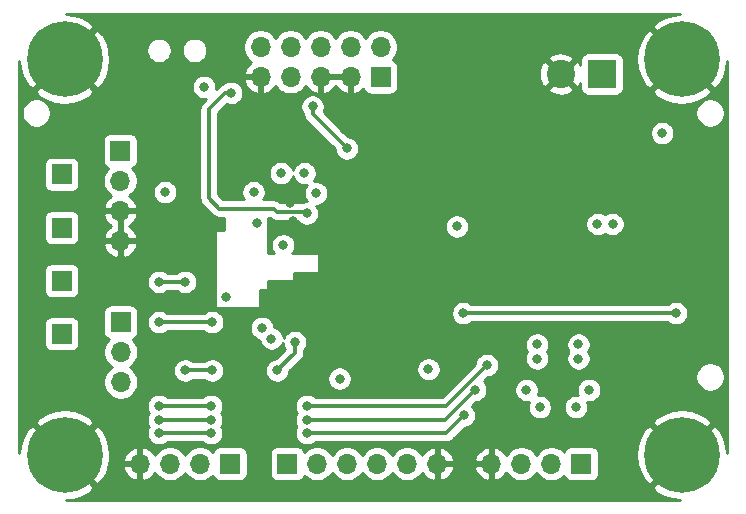
<source format=gbr>
%TF.GenerationSoftware,KiCad,Pcbnew,(5.1.10)-1*%
%TF.CreationDate,2021-07-10T11:27:39-07:00*%
%TF.ProjectId,willios_v2,77696c6c-696f-4735-9f76-322e6b696361,rev?*%
%TF.SameCoordinates,Original*%
%TF.FileFunction,Copper,L4,Bot*%
%TF.FilePolarity,Positive*%
%FSLAX46Y46*%
G04 Gerber Fmt 4.6, Leading zero omitted, Abs format (unit mm)*
G04 Created by KiCad (PCBNEW (5.1.10)-1) date 2021-07-10 11:27:39*
%MOMM*%
%LPD*%
G01*
G04 APERTURE LIST*
%TA.AperFunction,ComponentPad*%
%ADD10O,1.700000X1.700000*%
%TD*%
%TA.AperFunction,ComponentPad*%
%ADD11R,1.700000X1.700000*%
%TD*%
%TA.AperFunction,ComponentPad*%
%ADD12C,6.400000*%
%TD*%
%TA.AperFunction,ComponentPad*%
%ADD13C,0.800000*%
%TD*%
%TA.AperFunction,ComponentPad*%
%ADD14R,2.400000X2.400000*%
%TD*%
%TA.AperFunction,ComponentPad*%
%ADD15C,2.400000*%
%TD*%
%TA.AperFunction,ViaPad*%
%ADD16C,0.800000*%
%TD*%
%TA.AperFunction,Conductor*%
%ADD17C,0.300000*%
%TD*%
%TA.AperFunction,Conductor*%
%ADD18C,0.254000*%
%TD*%
%TA.AperFunction,Conductor*%
%ADD19C,0.100000*%
%TD*%
G04 APERTURE END LIST*
D10*
%TO.P,J9,4*%
%TO.N,GND*%
X90700000Y-135620000D03*
%TO.P,J9,3*%
X90700000Y-133080000D03*
%TO.P,J9,2*%
%TO.N,+3V3*%
X90700000Y-130540000D03*
D11*
%TO.P,J9,1*%
X90700000Y-128000000D03*
%TD*%
D12*
%TO.P,H1,1*%
%TO.N,GND*%
X86000000Y-120250000D03*
D13*
X88400000Y-120250000D03*
X87697056Y-121947056D03*
X86000000Y-122650000D03*
X84302944Y-121947056D03*
X83600000Y-120250000D03*
X84302944Y-118552944D03*
X86000000Y-117850000D03*
X87697056Y-118552944D03*
%TD*%
D11*
%TO.P,J12,1*%
%TO.N,TIM4_CH1*%
X85750000Y-134500000D03*
%TD*%
%TO.P,J11,1*%
%TO.N,TIM3_CH1*%
X85750000Y-139000000D03*
%TD*%
%TO.P,J10,1*%
%TO.N,PB12_GPIO*%
X85750000Y-143500000D03*
%TD*%
D10*
%TO.P,J8,3*%
%TO.N,PC6_GPIO*%
X90750000Y-147580000D03*
%TO.P,J8,2*%
%TO.N,PC7_GPIO*%
X90750000Y-145040000D03*
D11*
%TO.P,J8,1*%
%TO.N,PC8_GPIO*%
X90750000Y-142500000D03*
%TD*%
%TO.P,J7,1*%
%TO.N,ADC1_IN1*%
X85750000Y-130000000D03*
%TD*%
D10*
%TO.P,J6,6*%
%TO.N,GND*%
X117540000Y-154500000D03*
%TO.P,J6,5*%
%TO.N,SPI1_CS*%
X115000000Y-154500000D03*
%TO.P,J6,4*%
%TO.N,SPI1_MOSI*%
X112460000Y-154500000D03*
%TO.P,J6,3*%
%TO.N,SPI1_MISO*%
X109920000Y-154500000D03*
%TO.P,J6,2*%
%TO.N,SPI1_SCK*%
X107380000Y-154500000D03*
D11*
%TO.P,J6,1*%
%TO.N,+3V3*%
X104840000Y-154500000D03*
%TD*%
D10*
%TO.P,J5,4*%
%TO.N,GND*%
X92380000Y-154500000D03*
%TO.P,J5,3*%
%TO.N,I2C1_SDA*%
X94920000Y-154500000D03*
%TO.P,J5,2*%
%TO.N,I2C1_SCL*%
X97460000Y-154500000D03*
D11*
%TO.P,J5,1*%
%TO.N,+3V3*%
X100000000Y-154500000D03*
%TD*%
D10*
%TO.P,J4,4*%
%TO.N,GND*%
X122130000Y-154500000D03*
%TO.P,J4,3*%
%TO.N,USART3_TX*%
X124670000Y-154500000D03*
%TO.P,J4,2*%
%TO.N,USART3_RX*%
X127210000Y-154500000D03*
D11*
%TO.P,J4,1*%
%TO.N,+3V3*%
X129750000Y-154500000D03*
%TD*%
D13*
%TO.P,H2,1*%
%TO.N,GND*%
X139947056Y-118552944D03*
X138250000Y-117850000D03*
X136552944Y-118552944D03*
X135850000Y-120250000D03*
X136552944Y-121947056D03*
X138250000Y-122650000D03*
X139947056Y-121947056D03*
X140650000Y-120250000D03*
D12*
X138250000Y-120250000D03*
%TD*%
%TO.P,H3,1*%
%TO.N,GND*%
X86000000Y-153750000D03*
D13*
X88400000Y-153750000D03*
X87697056Y-155447056D03*
X86000000Y-156150000D03*
X84302944Y-155447056D03*
X83600000Y-153750000D03*
X84302944Y-152052944D03*
X86000000Y-151350000D03*
X87697056Y-152052944D03*
%TD*%
%TO.P,H4,1*%
%TO.N,GND*%
X139947056Y-152052944D03*
X138250000Y-151350000D03*
X136552944Y-152052944D03*
X135850000Y-153750000D03*
X136552944Y-155447056D03*
X138250000Y-156150000D03*
X139947056Y-155447056D03*
X140650000Y-153750000D03*
D12*
X138250000Y-153750000D03*
%TD*%
D14*
%TO.P,J1,1*%
%TO.N,+9V*%
X131500000Y-121500000D03*
D15*
%TO.P,J1,2*%
%TO.N,GND*%
X128000000Y-121500000D03*
%TD*%
D11*
%TO.P,J3,1*%
%TO.N,+3V3*%
X112750000Y-121750000D03*
D10*
%TO.P,J3,2*%
%TO.N,SWDIO*%
X112750000Y-119210000D03*
%TO.P,J3,3*%
%TO.N,GND*%
X110210000Y-121750000D03*
%TO.P,J3,4*%
%TO.N,SWCLK*%
X110210000Y-119210000D03*
%TO.P,J3,5*%
%TO.N,GND*%
X107670000Y-121750000D03*
%TO.P,J3,6*%
%TO.N,SWO*%
X107670000Y-119210000D03*
%TO.P,J3,7*%
%TO.N,Net-(J3-Pad7)*%
X105130000Y-121750000D03*
%TO.P,J3,8*%
%TO.N,Net-(J3-Pad8)*%
X105130000Y-119210000D03*
%TO.P,J3,9*%
%TO.N,GND*%
X102590000Y-121750000D03*
%TO.P,J3,10*%
%TO.N,NRST*%
X102590000Y-119210000D03*
%TD*%
D16*
%TO.N,+3V3*%
X132400000Y-134200000D03*
X131100000Y-134200000D03*
X136600000Y-126500000D03*
X97800000Y-122600000D03*
X104300000Y-129900000D03*
X106300000Y-129900000D03*
X103500000Y-143900000D03*
X102700000Y-143000000D03*
X102000000Y-131500000D03*
X94500000Y-131500000D03*
X107300000Y-131600000D03*
X104500000Y-136000000D03*
X119200000Y-134400000D03*
X116800000Y-146500000D03*
X126000000Y-144400000D03*
X126000000Y-145600000D03*
X129500000Y-144400000D03*
X129500000Y-145600000D03*
X129275000Y-149700000D03*
X125100000Y-148250000D03*
X130400000Y-148250000D03*
X126225000Y-149700000D03*
X109280000Y-147300000D03*
%TO.N,LED_STATUS*%
X119750000Y-141750000D03*
X137750000Y-141750000D03*
%TO.N,NRST*%
X106500000Y-133300000D03*
X100100000Y-123100000D03*
%TO.N,ADC1_IN1*%
X105500000Y-144200000D03*
X104000000Y-146600000D03*
X98500000Y-146600000D03*
X96200000Y-146600000D03*
X96200000Y-139100000D03*
X94000000Y-139100000D03*
%TO.N,PC8_GPIO*%
X94000000Y-142500000D03*
X98500000Y-142500000D03*
%TO.N,PC7_GPIO*%
X94000000Y-149600000D03*
X98400000Y-149600000D03*
X106500000Y-149600000D03*
X121750000Y-146150000D03*
%TO.N,PC6_GPIO*%
X94000000Y-150800000D03*
X98400000Y-150800000D03*
X106500000Y-150800000D03*
X120750000Y-148250000D03*
%TO.N,PB12_GPIO*%
X94000000Y-151900000D03*
X98400000Y-151900000D03*
X106500000Y-151900000D03*
X119800000Y-150400000D03*
%TO.N,BOOT0*%
X107000000Y-124250000D03*
X109900000Y-127800000D03*
%TO.N,GND*%
X105300000Y-133950000D03*
X130900000Y-137750000D03*
X105100000Y-132400000D03*
X104300000Y-131500000D03*
X109000000Y-130700000D03*
X93200000Y-122500000D03*
X136500000Y-128200000D03*
X136500000Y-130000000D03*
X107500000Y-146400000D03*
X120600000Y-135500000D03*
X118600000Y-121800000D03*
X117600000Y-121800000D03*
X117600000Y-122700000D03*
X118600000Y-122700000D03*
X123200000Y-145600000D03*
X123200000Y-143700000D03*
X122500000Y-139200000D03*
X121400000Y-138000000D03*
X126000000Y-126500000D03*
X127000000Y-125600000D03*
X135700000Y-137500000D03*
X136800000Y-136600000D03*
X129600000Y-132200000D03*
X128700000Y-132500000D03*
X132200000Y-146800000D03*
X132200000Y-149700000D03*
X123300000Y-146800000D03*
X123300000Y-149700000D03*
X128800000Y-137750000D03*
X132000000Y-137750000D03*
X115100000Y-147300000D03*
X120300000Y-123600000D03*
X103500000Y-140000000D03*
X104500000Y-140000000D03*
X102300000Y-134100000D03*
X99700000Y-140400000D03*
%TD*%
D17*
%TO.N,LED_STATUS*%
X119750000Y-141750000D02*
X137750000Y-141750000D01*
%TO.N,NRST*%
X106500000Y-133300000D02*
X106399999Y-133199999D01*
X99600000Y-123100000D02*
X100100000Y-123100000D01*
X98200000Y-132000000D02*
X98200000Y-124500000D01*
X99100000Y-132900000D02*
X98200000Y-132000000D01*
X103950001Y-133150001D02*
X103700000Y-132900000D01*
X98200000Y-124500000D02*
X99600000Y-123100000D01*
X106350001Y-133150001D02*
X103950001Y-133150001D01*
X103700000Y-132900000D02*
X99100000Y-132900000D01*
X106500000Y-133300000D02*
X106350001Y-133150001D01*
%TO.N,ADC1_IN1*%
X105500000Y-145100000D02*
X104000000Y-146600000D01*
X105500000Y-144200000D02*
X105500000Y-145100000D01*
X98500000Y-146600000D02*
X96200000Y-146600000D01*
X96200000Y-139100000D02*
X94000000Y-139100000D01*
%TO.N,PC8_GPIO*%
X94000000Y-142500000D02*
X98500000Y-142500000D01*
%TO.N,PC7_GPIO*%
X94000000Y-149600000D02*
X98400000Y-149600000D01*
X121739998Y-146150000D02*
X121750000Y-146150000D01*
X118289998Y-149600000D02*
X121739998Y-146150000D01*
X106500000Y-149600000D02*
X118289998Y-149600000D01*
%TO.N,PC6_GPIO*%
X94000000Y-150800000D02*
X98400000Y-150800000D01*
X118200000Y-150800000D02*
X120750000Y-148250000D01*
X106500000Y-150800000D02*
X118200000Y-150800000D01*
%TO.N,PB12_GPIO*%
X94000000Y-151900000D02*
X98400000Y-151900000D01*
X118300000Y-151900000D02*
X119800000Y-150400000D01*
X106500000Y-151900000D02*
X118300000Y-151900000D01*
%TO.N,BOOT0*%
X107000000Y-124900000D02*
X107000000Y-124250000D01*
X109900000Y-127800000D02*
X107000000Y-124900000D01*
%TD*%
D18*
%TO.N,GND*%
X137522062Y-116465822D02*
X136797792Y-116680548D01*
X136129330Y-117032445D01*
X136088912Y-117059452D01*
X135728724Y-117549119D01*
X138250000Y-120070395D01*
X138264143Y-120056253D01*
X138443748Y-120235858D01*
X138429605Y-120250000D01*
X140950881Y-122771276D01*
X141440548Y-122411088D01*
X141800849Y-121747118D01*
X142024694Y-121025615D01*
X142090000Y-120402851D01*
X142090001Y-153627996D01*
X142034178Y-153022062D01*
X141819452Y-152297792D01*
X141467555Y-151629330D01*
X141440548Y-151588912D01*
X140950881Y-151228724D01*
X138429605Y-153750000D01*
X138443748Y-153764143D01*
X138264143Y-153943748D01*
X138250000Y-153929605D01*
X135728724Y-156450881D01*
X136088912Y-156940548D01*
X136752882Y-157300849D01*
X137474385Y-157524694D01*
X138097149Y-157590000D01*
X86122015Y-157590000D01*
X86727938Y-157534178D01*
X87452208Y-157319452D01*
X88120670Y-156967555D01*
X88161088Y-156940548D01*
X88521276Y-156450881D01*
X86000000Y-153929605D01*
X85985858Y-153943748D01*
X85806253Y-153764143D01*
X85820395Y-153750000D01*
X86179605Y-153750000D01*
X88700881Y-156271276D01*
X89190548Y-155911088D01*
X89550849Y-155247118D01*
X89671916Y-154856891D01*
X90938519Y-154856891D01*
X91035843Y-155131252D01*
X91184822Y-155381355D01*
X91379731Y-155597588D01*
X91613080Y-155771641D01*
X91875901Y-155896825D01*
X92023110Y-155941476D01*
X92253000Y-155820155D01*
X92253000Y-154627000D01*
X91059186Y-154627000D01*
X90938519Y-154856891D01*
X89671916Y-154856891D01*
X89774694Y-154525615D01*
X89814805Y-154143109D01*
X90938519Y-154143109D01*
X91059186Y-154373000D01*
X92253000Y-154373000D01*
X92253000Y-153179845D01*
X92507000Y-153179845D01*
X92507000Y-154373000D01*
X92527000Y-154373000D01*
X92527000Y-154627000D01*
X92507000Y-154627000D01*
X92507000Y-155820155D01*
X92736890Y-155941476D01*
X92884099Y-155896825D01*
X93146920Y-155771641D01*
X93380269Y-155597588D01*
X93575178Y-155381355D01*
X93644805Y-155264466D01*
X93766525Y-155446632D01*
X93973368Y-155653475D01*
X94216589Y-155815990D01*
X94486842Y-155927932D01*
X94773740Y-155985000D01*
X95066260Y-155985000D01*
X95353158Y-155927932D01*
X95623411Y-155815990D01*
X95866632Y-155653475D01*
X96073475Y-155446632D01*
X96190000Y-155272240D01*
X96306525Y-155446632D01*
X96513368Y-155653475D01*
X96756589Y-155815990D01*
X97026842Y-155927932D01*
X97313740Y-155985000D01*
X97606260Y-155985000D01*
X97893158Y-155927932D01*
X98163411Y-155815990D01*
X98406632Y-155653475D01*
X98538487Y-155521620D01*
X98560498Y-155594180D01*
X98619463Y-155704494D01*
X98698815Y-155801185D01*
X98795506Y-155880537D01*
X98905820Y-155939502D01*
X99025518Y-155975812D01*
X99150000Y-155988072D01*
X100850000Y-155988072D01*
X100974482Y-155975812D01*
X101094180Y-155939502D01*
X101204494Y-155880537D01*
X101301185Y-155801185D01*
X101380537Y-155704494D01*
X101439502Y-155594180D01*
X101475812Y-155474482D01*
X101488072Y-155350000D01*
X101488072Y-153650000D01*
X103351928Y-153650000D01*
X103351928Y-155350000D01*
X103364188Y-155474482D01*
X103400498Y-155594180D01*
X103459463Y-155704494D01*
X103538815Y-155801185D01*
X103635506Y-155880537D01*
X103745820Y-155939502D01*
X103865518Y-155975812D01*
X103990000Y-155988072D01*
X105690000Y-155988072D01*
X105814482Y-155975812D01*
X105934180Y-155939502D01*
X106044494Y-155880537D01*
X106141185Y-155801185D01*
X106220537Y-155704494D01*
X106279502Y-155594180D01*
X106301513Y-155521620D01*
X106433368Y-155653475D01*
X106676589Y-155815990D01*
X106946842Y-155927932D01*
X107233740Y-155985000D01*
X107526260Y-155985000D01*
X107813158Y-155927932D01*
X108083411Y-155815990D01*
X108326632Y-155653475D01*
X108533475Y-155446632D01*
X108650000Y-155272240D01*
X108766525Y-155446632D01*
X108973368Y-155653475D01*
X109216589Y-155815990D01*
X109486842Y-155927932D01*
X109773740Y-155985000D01*
X110066260Y-155985000D01*
X110353158Y-155927932D01*
X110623411Y-155815990D01*
X110866632Y-155653475D01*
X111073475Y-155446632D01*
X111190000Y-155272240D01*
X111306525Y-155446632D01*
X111513368Y-155653475D01*
X111756589Y-155815990D01*
X112026842Y-155927932D01*
X112313740Y-155985000D01*
X112606260Y-155985000D01*
X112893158Y-155927932D01*
X113163411Y-155815990D01*
X113406632Y-155653475D01*
X113613475Y-155446632D01*
X113730000Y-155272240D01*
X113846525Y-155446632D01*
X114053368Y-155653475D01*
X114296589Y-155815990D01*
X114566842Y-155927932D01*
X114853740Y-155985000D01*
X115146260Y-155985000D01*
X115433158Y-155927932D01*
X115703411Y-155815990D01*
X115946632Y-155653475D01*
X116153475Y-155446632D01*
X116275195Y-155264466D01*
X116344822Y-155381355D01*
X116539731Y-155597588D01*
X116773080Y-155771641D01*
X117035901Y-155896825D01*
X117183110Y-155941476D01*
X117413000Y-155820155D01*
X117413000Y-154627000D01*
X117667000Y-154627000D01*
X117667000Y-155820155D01*
X117896890Y-155941476D01*
X118044099Y-155896825D01*
X118306920Y-155771641D01*
X118540269Y-155597588D01*
X118735178Y-155381355D01*
X118884157Y-155131252D01*
X118981481Y-154856891D01*
X120688519Y-154856891D01*
X120785843Y-155131252D01*
X120934822Y-155381355D01*
X121129731Y-155597588D01*
X121363080Y-155771641D01*
X121625901Y-155896825D01*
X121773110Y-155941476D01*
X122003000Y-155820155D01*
X122003000Y-154627000D01*
X120809186Y-154627000D01*
X120688519Y-154856891D01*
X118981481Y-154856891D01*
X118860814Y-154627000D01*
X117667000Y-154627000D01*
X117413000Y-154627000D01*
X117393000Y-154627000D01*
X117393000Y-154373000D01*
X117413000Y-154373000D01*
X117413000Y-153179845D01*
X117667000Y-153179845D01*
X117667000Y-154373000D01*
X118860814Y-154373000D01*
X118981481Y-154143109D01*
X120688519Y-154143109D01*
X120809186Y-154373000D01*
X122003000Y-154373000D01*
X122003000Y-153179845D01*
X122257000Y-153179845D01*
X122257000Y-154373000D01*
X122277000Y-154373000D01*
X122277000Y-154627000D01*
X122257000Y-154627000D01*
X122257000Y-155820155D01*
X122486890Y-155941476D01*
X122634099Y-155896825D01*
X122896920Y-155771641D01*
X123130269Y-155597588D01*
X123325178Y-155381355D01*
X123394805Y-155264466D01*
X123516525Y-155446632D01*
X123723368Y-155653475D01*
X123966589Y-155815990D01*
X124236842Y-155927932D01*
X124523740Y-155985000D01*
X124816260Y-155985000D01*
X125103158Y-155927932D01*
X125373411Y-155815990D01*
X125616632Y-155653475D01*
X125823475Y-155446632D01*
X125940000Y-155272240D01*
X126056525Y-155446632D01*
X126263368Y-155653475D01*
X126506589Y-155815990D01*
X126776842Y-155927932D01*
X127063740Y-155985000D01*
X127356260Y-155985000D01*
X127643158Y-155927932D01*
X127913411Y-155815990D01*
X128156632Y-155653475D01*
X128288487Y-155521620D01*
X128310498Y-155594180D01*
X128369463Y-155704494D01*
X128448815Y-155801185D01*
X128545506Y-155880537D01*
X128655820Y-155939502D01*
X128775518Y-155975812D01*
X128900000Y-155988072D01*
X130600000Y-155988072D01*
X130724482Y-155975812D01*
X130844180Y-155939502D01*
X130954494Y-155880537D01*
X131051185Y-155801185D01*
X131130537Y-155704494D01*
X131189502Y-155594180D01*
X131225812Y-155474482D01*
X131238072Y-155350000D01*
X131238072Y-153725695D01*
X134396520Y-153725695D01*
X134465822Y-154477938D01*
X134680548Y-155202208D01*
X135032445Y-155870670D01*
X135059452Y-155911088D01*
X135549119Y-156271276D01*
X138070395Y-153750000D01*
X135549119Y-151228724D01*
X135059452Y-151588912D01*
X134699151Y-152252882D01*
X134475306Y-152974385D01*
X134396520Y-153725695D01*
X131238072Y-153725695D01*
X131238072Y-153650000D01*
X131225812Y-153525518D01*
X131189502Y-153405820D01*
X131130537Y-153295506D01*
X131051185Y-153198815D01*
X130954494Y-153119463D01*
X130844180Y-153060498D01*
X130724482Y-153024188D01*
X130600000Y-153011928D01*
X128900000Y-153011928D01*
X128775518Y-153024188D01*
X128655820Y-153060498D01*
X128545506Y-153119463D01*
X128448815Y-153198815D01*
X128369463Y-153295506D01*
X128310498Y-153405820D01*
X128288487Y-153478380D01*
X128156632Y-153346525D01*
X127913411Y-153184010D01*
X127643158Y-153072068D01*
X127356260Y-153015000D01*
X127063740Y-153015000D01*
X126776842Y-153072068D01*
X126506589Y-153184010D01*
X126263368Y-153346525D01*
X126056525Y-153553368D01*
X125940000Y-153727760D01*
X125823475Y-153553368D01*
X125616632Y-153346525D01*
X125373411Y-153184010D01*
X125103158Y-153072068D01*
X124816260Y-153015000D01*
X124523740Y-153015000D01*
X124236842Y-153072068D01*
X123966589Y-153184010D01*
X123723368Y-153346525D01*
X123516525Y-153553368D01*
X123394805Y-153735534D01*
X123325178Y-153618645D01*
X123130269Y-153402412D01*
X122896920Y-153228359D01*
X122634099Y-153103175D01*
X122486890Y-153058524D01*
X122257000Y-153179845D01*
X122003000Y-153179845D01*
X121773110Y-153058524D01*
X121625901Y-153103175D01*
X121363080Y-153228359D01*
X121129731Y-153402412D01*
X120934822Y-153618645D01*
X120785843Y-153868748D01*
X120688519Y-154143109D01*
X118981481Y-154143109D01*
X118884157Y-153868748D01*
X118735178Y-153618645D01*
X118540269Y-153402412D01*
X118306920Y-153228359D01*
X118044099Y-153103175D01*
X117896890Y-153058524D01*
X117667000Y-153179845D01*
X117413000Y-153179845D01*
X117183110Y-153058524D01*
X117035901Y-153103175D01*
X116773080Y-153228359D01*
X116539731Y-153402412D01*
X116344822Y-153618645D01*
X116275195Y-153735534D01*
X116153475Y-153553368D01*
X115946632Y-153346525D01*
X115703411Y-153184010D01*
X115433158Y-153072068D01*
X115146260Y-153015000D01*
X114853740Y-153015000D01*
X114566842Y-153072068D01*
X114296589Y-153184010D01*
X114053368Y-153346525D01*
X113846525Y-153553368D01*
X113730000Y-153727760D01*
X113613475Y-153553368D01*
X113406632Y-153346525D01*
X113163411Y-153184010D01*
X112893158Y-153072068D01*
X112606260Y-153015000D01*
X112313740Y-153015000D01*
X112026842Y-153072068D01*
X111756589Y-153184010D01*
X111513368Y-153346525D01*
X111306525Y-153553368D01*
X111190000Y-153727760D01*
X111073475Y-153553368D01*
X110866632Y-153346525D01*
X110623411Y-153184010D01*
X110353158Y-153072068D01*
X110066260Y-153015000D01*
X109773740Y-153015000D01*
X109486842Y-153072068D01*
X109216589Y-153184010D01*
X108973368Y-153346525D01*
X108766525Y-153553368D01*
X108650000Y-153727760D01*
X108533475Y-153553368D01*
X108326632Y-153346525D01*
X108083411Y-153184010D01*
X107813158Y-153072068D01*
X107526260Y-153015000D01*
X107233740Y-153015000D01*
X106946842Y-153072068D01*
X106676589Y-153184010D01*
X106433368Y-153346525D01*
X106301513Y-153478380D01*
X106279502Y-153405820D01*
X106220537Y-153295506D01*
X106141185Y-153198815D01*
X106044494Y-153119463D01*
X105934180Y-153060498D01*
X105814482Y-153024188D01*
X105690000Y-153011928D01*
X103990000Y-153011928D01*
X103865518Y-153024188D01*
X103745820Y-153060498D01*
X103635506Y-153119463D01*
X103538815Y-153198815D01*
X103459463Y-153295506D01*
X103400498Y-153405820D01*
X103364188Y-153525518D01*
X103351928Y-153650000D01*
X101488072Y-153650000D01*
X101475812Y-153525518D01*
X101439502Y-153405820D01*
X101380537Y-153295506D01*
X101301185Y-153198815D01*
X101204494Y-153119463D01*
X101094180Y-153060498D01*
X100974482Y-153024188D01*
X100850000Y-153011928D01*
X99150000Y-153011928D01*
X99025518Y-153024188D01*
X98905820Y-153060498D01*
X98795506Y-153119463D01*
X98698815Y-153198815D01*
X98619463Y-153295506D01*
X98560498Y-153405820D01*
X98538487Y-153478380D01*
X98406632Y-153346525D01*
X98163411Y-153184010D01*
X97893158Y-153072068D01*
X97606260Y-153015000D01*
X97313740Y-153015000D01*
X97026842Y-153072068D01*
X96756589Y-153184010D01*
X96513368Y-153346525D01*
X96306525Y-153553368D01*
X96190000Y-153727760D01*
X96073475Y-153553368D01*
X95866632Y-153346525D01*
X95623411Y-153184010D01*
X95353158Y-153072068D01*
X95066260Y-153015000D01*
X94773740Y-153015000D01*
X94486842Y-153072068D01*
X94216589Y-153184010D01*
X93973368Y-153346525D01*
X93766525Y-153553368D01*
X93644805Y-153735534D01*
X93575178Y-153618645D01*
X93380269Y-153402412D01*
X93146920Y-153228359D01*
X92884099Y-153103175D01*
X92736890Y-153058524D01*
X92507000Y-153179845D01*
X92253000Y-153179845D01*
X92023110Y-153058524D01*
X91875901Y-153103175D01*
X91613080Y-153228359D01*
X91379731Y-153402412D01*
X91184822Y-153618645D01*
X91035843Y-153868748D01*
X90938519Y-154143109D01*
X89814805Y-154143109D01*
X89853480Y-153774305D01*
X89784178Y-153022062D01*
X89569452Y-152297792D01*
X89217555Y-151629330D01*
X89190548Y-151588912D01*
X88700881Y-151228724D01*
X86179605Y-153750000D01*
X85820395Y-153750000D01*
X83299119Y-151228724D01*
X82809452Y-151588912D01*
X82449151Y-152252882D01*
X82225306Y-152974385D01*
X82160000Y-153597149D01*
X82160000Y-151049119D01*
X83478724Y-151049119D01*
X86000000Y-153570395D01*
X88521276Y-151049119D01*
X88161088Y-150559452D01*
X87497118Y-150199151D01*
X86775615Y-149975306D01*
X86024305Y-149896520D01*
X85272062Y-149965822D01*
X84547792Y-150180548D01*
X83879330Y-150532445D01*
X83838912Y-150559452D01*
X83478724Y-151049119D01*
X82160000Y-151049119D01*
X82160000Y-149498061D01*
X92965000Y-149498061D01*
X92965000Y-149701939D01*
X93004774Y-149901898D01*
X93082795Y-150090256D01*
X93156123Y-150200000D01*
X93082795Y-150309744D01*
X93004774Y-150498102D01*
X92965000Y-150698061D01*
X92965000Y-150901939D01*
X93004774Y-151101898D01*
X93082795Y-151290256D01*
X93122715Y-151350000D01*
X93082795Y-151409744D01*
X93004774Y-151598102D01*
X92965000Y-151798061D01*
X92965000Y-152001939D01*
X93004774Y-152201898D01*
X93082795Y-152390256D01*
X93196063Y-152559774D01*
X93340226Y-152703937D01*
X93509744Y-152817205D01*
X93698102Y-152895226D01*
X93898061Y-152935000D01*
X94101939Y-152935000D01*
X94301898Y-152895226D01*
X94490256Y-152817205D01*
X94659774Y-152703937D01*
X94678711Y-152685000D01*
X97721289Y-152685000D01*
X97740226Y-152703937D01*
X97909744Y-152817205D01*
X98098102Y-152895226D01*
X98298061Y-152935000D01*
X98501939Y-152935000D01*
X98701898Y-152895226D01*
X98890256Y-152817205D01*
X99059774Y-152703937D01*
X99203937Y-152559774D01*
X99317205Y-152390256D01*
X99395226Y-152201898D01*
X99435000Y-152001939D01*
X99435000Y-151798061D01*
X99395226Y-151598102D01*
X99317205Y-151409744D01*
X99277285Y-151350000D01*
X99317205Y-151290256D01*
X99395226Y-151101898D01*
X99435000Y-150901939D01*
X99435000Y-150698061D01*
X99395226Y-150498102D01*
X99317205Y-150309744D01*
X99243877Y-150200000D01*
X99317205Y-150090256D01*
X99395226Y-149901898D01*
X99435000Y-149701939D01*
X99435000Y-149498061D01*
X105465000Y-149498061D01*
X105465000Y-149701939D01*
X105504774Y-149901898D01*
X105582795Y-150090256D01*
X105656123Y-150200000D01*
X105582795Y-150309744D01*
X105504774Y-150498102D01*
X105465000Y-150698061D01*
X105465000Y-150901939D01*
X105504774Y-151101898D01*
X105582795Y-151290256D01*
X105622715Y-151350000D01*
X105582795Y-151409744D01*
X105504774Y-151598102D01*
X105465000Y-151798061D01*
X105465000Y-152001939D01*
X105504774Y-152201898D01*
X105582795Y-152390256D01*
X105696063Y-152559774D01*
X105840226Y-152703937D01*
X106009744Y-152817205D01*
X106198102Y-152895226D01*
X106398061Y-152935000D01*
X106601939Y-152935000D01*
X106801898Y-152895226D01*
X106990256Y-152817205D01*
X107159774Y-152703937D01*
X107178711Y-152685000D01*
X118261447Y-152685000D01*
X118300000Y-152688797D01*
X118338553Y-152685000D01*
X118338561Y-152685000D01*
X118453887Y-152673641D01*
X118601860Y-152628754D01*
X118738233Y-152555862D01*
X118857764Y-152457764D01*
X118882347Y-152427810D01*
X119875158Y-151435000D01*
X119901939Y-151435000D01*
X120101898Y-151395226D01*
X120290256Y-151317205D01*
X120459774Y-151203937D01*
X120603937Y-151059774D01*
X120611056Y-151049119D01*
X135728724Y-151049119D01*
X138250000Y-153570395D01*
X140771276Y-151049119D01*
X140411088Y-150559452D01*
X139747118Y-150199151D01*
X139025615Y-149975306D01*
X138274305Y-149896520D01*
X137522062Y-149965822D01*
X136797792Y-150180548D01*
X136129330Y-150532445D01*
X136088912Y-150559452D01*
X135728724Y-151049119D01*
X120611056Y-151049119D01*
X120717205Y-150890256D01*
X120795226Y-150701898D01*
X120835000Y-150501939D01*
X120835000Y-150298061D01*
X120795226Y-150098102D01*
X120717205Y-149909744D01*
X120603937Y-149740226D01*
X120486934Y-149623223D01*
X120825157Y-149285000D01*
X120851939Y-149285000D01*
X121051898Y-149245226D01*
X121240256Y-149167205D01*
X121409774Y-149053937D01*
X121553937Y-148909774D01*
X121667205Y-148740256D01*
X121745226Y-148551898D01*
X121785000Y-148351939D01*
X121785000Y-148148061D01*
X124065000Y-148148061D01*
X124065000Y-148351939D01*
X124104774Y-148551898D01*
X124182795Y-148740256D01*
X124296063Y-148909774D01*
X124440226Y-149053937D01*
X124609744Y-149167205D01*
X124798102Y-149245226D01*
X124998061Y-149285000D01*
X125201939Y-149285000D01*
X125283329Y-149268811D01*
X125229774Y-149398102D01*
X125190000Y-149598061D01*
X125190000Y-149801939D01*
X125229774Y-150001898D01*
X125307795Y-150190256D01*
X125421063Y-150359774D01*
X125565226Y-150503937D01*
X125734744Y-150617205D01*
X125923102Y-150695226D01*
X126123061Y-150735000D01*
X126326939Y-150735000D01*
X126526898Y-150695226D01*
X126715256Y-150617205D01*
X126884774Y-150503937D01*
X127028937Y-150359774D01*
X127142205Y-150190256D01*
X127220226Y-150001898D01*
X127260000Y-149801939D01*
X127260000Y-149598061D01*
X128240000Y-149598061D01*
X128240000Y-149801939D01*
X128279774Y-150001898D01*
X128357795Y-150190256D01*
X128471063Y-150359774D01*
X128615226Y-150503937D01*
X128784744Y-150617205D01*
X128973102Y-150695226D01*
X129173061Y-150735000D01*
X129376939Y-150735000D01*
X129576898Y-150695226D01*
X129765256Y-150617205D01*
X129934774Y-150503937D01*
X130078937Y-150359774D01*
X130192205Y-150190256D01*
X130270226Y-150001898D01*
X130310000Y-149801939D01*
X130310000Y-149598061D01*
X130270226Y-149398102D01*
X130216671Y-149268811D01*
X130298061Y-149285000D01*
X130501939Y-149285000D01*
X130701898Y-149245226D01*
X130890256Y-149167205D01*
X131059774Y-149053937D01*
X131203937Y-148909774D01*
X131317205Y-148740256D01*
X131395226Y-148551898D01*
X131435000Y-148351939D01*
X131435000Y-148148061D01*
X131395226Y-147948102D01*
X131317205Y-147759744D01*
X131203937Y-147590226D01*
X131059774Y-147446063D01*
X130890256Y-147332795D01*
X130701898Y-147254774D01*
X130501939Y-147215000D01*
X130298061Y-147215000D01*
X130098102Y-147254774D01*
X129909744Y-147332795D01*
X129740226Y-147446063D01*
X129596063Y-147590226D01*
X129482795Y-147759744D01*
X129404774Y-147948102D01*
X129365000Y-148148061D01*
X129365000Y-148351939D01*
X129404774Y-148551898D01*
X129458329Y-148681189D01*
X129376939Y-148665000D01*
X129173061Y-148665000D01*
X128973102Y-148704774D01*
X128784744Y-148782795D01*
X128615226Y-148896063D01*
X128471063Y-149040226D01*
X128357795Y-149209744D01*
X128279774Y-149398102D01*
X128240000Y-149598061D01*
X127260000Y-149598061D01*
X127220226Y-149398102D01*
X127142205Y-149209744D01*
X127028937Y-149040226D01*
X126884774Y-148896063D01*
X126715256Y-148782795D01*
X126526898Y-148704774D01*
X126326939Y-148665000D01*
X126123061Y-148665000D01*
X126041671Y-148681189D01*
X126095226Y-148551898D01*
X126135000Y-148351939D01*
X126135000Y-148148061D01*
X126095226Y-147948102D01*
X126017205Y-147759744D01*
X125903937Y-147590226D01*
X125759774Y-147446063D01*
X125590256Y-147332795D01*
X125401898Y-147254774D01*
X125201939Y-147215000D01*
X124998061Y-147215000D01*
X124798102Y-147254774D01*
X124609744Y-147332795D01*
X124440226Y-147446063D01*
X124296063Y-147590226D01*
X124182795Y-147759744D01*
X124104774Y-147948102D01*
X124065000Y-148148061D01*
X121785000Y-148148061D01*
X121745226Y-147948102D01*
X121667205Y-147759744D01*
X121553937Y-147590226D01*
X121481933Y-147518222D01*
X121815155Y-147185000D01*
X121851939Y-147185000D01*
X122051898Y-147145226D01*
X122240256Y-147067205D01*
X122300591Y-147026890D01*
X139400048Y-147026890D01*
X139400048Y-147273110D01*
X139448083Y-147514598D01*
X139542307Y-147742074D01*
X139679099Y-147946798D01*
X139853202Y-148120901D01*
X140057926Y-148257693D01*
X140285402Y-148351917D01*
X140526890Y-148399952D01*
X140773110Y-148399952D01*
X141014598Y-148351917D01*
X141242074Y-148257693D01*
X141446798Y-148120901D01*
X141620901Y-147946798D01*
X141757693Y-147742074D01*
X141851917Y-147514598D01*
X141899952Y-147273110D01*
X141899952Y-147026890D01*
X141851917Y-146785402D01*
X141757693Y-146557926D01*
X141620901Y-146353202D01*
X141446798Y-146179099D01*
X141242074Y-146042307D01*
X141014598Y-145948083D01*
X140773110Y-145900048D01*
X140526890Y-145900048D01*
X140285402Y-145948083D01*
X140057926Y-146042307D01*
X139853202Y-146179099D01*
X139679099Y-146353202D01*
X139542307Y-146557926D01*
X139448083Y-146785402D01*
X139400048Y-147026890D01*
X122300591Y-147026890D01*
X122409774Y-146953937D01*
X122553937Y-146809774D01*
X122667205Y-146640256D01*
X122745226Y-146451898D01*
X122785000Y-146251939D01*
X122785000Y-146048061D01*
X122745226Y-145848102D01*
X122667205Y-145659744D01*
X122553937Y-145490226D01*
X122409774Y-145346063D01*
X122240256Y-145232795D01*
X122051898Y-145154774D01*
X121851939Y-145115000D01*
X121648061Y-145115000D01*
X121448102Y-145154774D01*
X121259744Y-145232795D01*
X121090226Y-145346063D01*
X120946063Y-145490226D01*
X120832795Y-145659744D01*
X120754774Y-145848102D01*
X120715000Y-146048061D01*
X120715000Y-146064841D01*
X117964841Y-148815000D01*
X107178711Y-148815000D01*
X107159774Y-148796063D01*
X106990256Y-148682795D01*
X106801898Y-148604774D01*
X106601939Y-148565000D01*
X106398061Y-148565000D01*
X106198102Y-148604774D01*
X106009744Y-148682795D01*
X105840226Y-148796063D01*
X105696063Y-148940226D01*
X105582795Y-149109744D01*
X105504774Y-149298102D01*
X105465000Y-149498061D01*
X99435000Y-149498061D01*
X99395226Y-149298102D01*
X99317205Y-149109744D01*
X99203937Y-148940226D01*
X99059774Y-148796063D01*
X98890256Y-148682795D01*
X98701898Y-148604774D01*
X98501939Y-148565000D01*
X98298061Y-148565000D01*
X98098102Y-148604774D01*
X97909744Y-148682795D01*
X97740226Y-148796063D01*
X97721289Y-148815000D01*
X94678711Y-148815000D01*
X94659774Y-148796063D01*
X94490256Y-148682795D01*
X94301898Y-148604774D01*
X94101939Y-148565000D01*
X93898061Y-148565000D01*
X93698102Y-148604774D01*
X93509744Y-148682795D01*
X93340226Y-148796063D01*
X93196063Y-148940226D01*
X93082795Y-149109744D01*
X93004774Y-149298102D01*
X92965000Y-149498061D01*
X82160000Y-149498061D01*
X82160000Y-142650000D01*
X84261928Y-142650000D01*
X84261928Y-144350000D01*
X84274188Y-144474482D01*
X84310498Y-144594180D01*
X84369463Y-144704494D01*
X84448815Y-144801185D01*
X84545506Y-144880537D01*
X84655820Y-144939502D01*
X84775518Y-144975812D01*
X84900000Y-144988072D01*
X86600000Y-144988072D01*
X86724482Y-144975812D01*
X86844180Y-144939502D01*
X86954494Y-144880537D01*
X87051185Y-144801185D01*
X87130537Y-144704494D01*
X87189502Y-144594180D01*
X87225812Y-144474482D01*
X87238072Y-144350000D01*
X87238072Y-142650000D01*
X87225812Y-142525518D01*
X87189502Y-142405820D01*
X87130537Y-142295506D01*
X87051185Y-142198815D01*
X86954494Y-142119463D01*
X86844180Y-142060498D01*
X86724482Y-142024188D01*
X86600000Y-142011928D01*
X84900000Y-142011928D01*
X84775518Y-142024188D01*
X84655820Y-142060498D01*
X84545506Y-142119463D01*
X84448815Y-142198815D01*
X84369463Y-142295506D01*
X84310498Y-142405820D01*
X84274188Y-142525518D01*
X84261928Y-142650000D01*
X82160000Y-142650000D01*
X82160000Y-141650000D01*
X89261928Y-141650000D01*
X89261928Y-143350000D01*
X89274188Y-143474482D01*
X89310498Y-143594180D01*
X89369463Y-143704494D01*
X89448815Y-143801185D01*
X89545506Y-143880537D01*
X89655820Y-143939502D01*
X89728380Y-143961513D01*
X89596525Y-144093368D01*
X89434010Y-144336589D01*
X89322068Y-144606842D01*
X89265000Y-144893740D01*
X89265000Y-145186260D01*
X89322068Y-145473158D01*
X89434010Y-145743411D01*
X89596525Y-145986632D01*
X89803368Y-146193475D01*
X89977760Y-146310000D01*
X89803368Y-146426525D01*
X89596525Y-146633368D01*
X89434010Y-146876589D01*
X89322068Y-147146842D01*
X89265000Y-147433740D01*
X89265000Y-147726260D01*
X89322068Y-148013158D01*
X89434010Y-148283411D01*
X89596525Y-148526632D01*
X89803368Y-148733475D01*
X90046589Y-148895990D01*
X90316842Y-149007932D01*
X90603740Y-149065000D01*
X90896260Y-149065000D01*
X91183158Y-149007932D01*
X91453411Y-148895990D01*
X91696632Y-148733475D01*
X91903475Y-148526632D01*
X92065990Y-148283411D01*
X92177932Y-148013158D01*
X92235000Y-147726260D01*
X92235000Y-147433740D01*
X92177932Y-147146842D01*
X92065990Y-146876589D01*
X91903475Y-146633368D01*
X91768168Y-146498061D01*
X95165000Y-146498061D01*
X95165000Y-146701939D01*
X95204774Y-146901898D01*
X95282795Y-147090256D01*
X95396063Y-147259774D01*
X95540226Y-147403937D01*
X95709744Y-147517205D01*
X95898102Y-147595226D01*
X96098061Y-147635000D01*
X96301939Y-147635000D01*
X96501898Y-147595226D01*
X96690256Y-147517205D01*
X96859774Y-147403937D01*
X96878711Y-147385000D01*
X97821289Y-147385000D01*
X97840226Y-147403937D01*
X98009744Y-147517205D01*
X98198102Y-147595226D01*
X98398061Y-147635000D01*
X98601939Y-147635000D01*
X98801898Y-147595226D01*
X98990256Y-147517205D01*
X99159774Y-147403937D01*
X99303937Y-147259774D01*
X99417205Y-147090256D01*
X99495226Y-146901898D01*
X99535000Y-146701939D01*
X99535000Y-146498061D01*
X99495226Y-146298102D01*
X99417205Y-146109744D01*
X99303937Y-145940226D01*
X99159774Y-145796063D01*
X98990256Y-145682795D01*
X98801898Y-145604774D01*
X98601939Y-145565000D01*
X98398061Y-145565000D01*
X98198102Y-145604774D01*
X98009744Y-145682795D01*
X97840226Y-145796063D01*
X97821289Y-145815000D01*
X96878711Y-145815000D01*
X96859774Y-145796063D01*
X96690256Y-145682795D01*
X96501898Y-145604774D01*
X96301939Y-145565000D01*
X96098061Y-145565000D01*
X95898102Y-145604774D01*
X95709744Y-145682795D01*
X95540226Y-145796063D01*
X95396063Y-145940226D01*
X95282795Y-146109744D01*
X95204774Y-146298102D01*
X95165000Y-146498061D01*
X91768168Y-146498061D01*
X91696632Y-146426525D01*
X91522240Y-146310000D01*
X91696632Y-146193475D01*
X91903475Y-145986632D01*
X92065990Y-145743411D01*
X92177932Y-145473158D01*
X92235000Y-145186260D01*
X92235000Y-144893740D01*
X92177932Y-144606842D01*
X92065990Y-144336589D01*
X91903475Y-144093368D01*
X91771620Y-143961513D01*
X91844180Y-143939502D01*
X91954494Y-143880537D01*
X92051185Y-143801185D01*
X92130537Y-143704494D01*
X92189502Y-143594180D01*
X92225812Y-143474482D01*
X92238072Y-143350000D01*
X92238072Y-142398061D01*
X92965000Y-142398061D01*
X92965000Y-142601939D01*
X93004774Y-142801898D01*
X93082795Y-142990256D01*
X93196063Y-143159774D01*
X93340226Y-143303937D01*
X93509744Y-143417205D01*
X93698102Y-143495226D01*
X93898061Y-143535000D01*
X94101939Y-143535000D01*
X94301898Y-143495226D01*
X94490256Y-143417205D01*
X94659774Y-143303937D01*
X94678711Y-143285000D01*
X97821289Y-143285000D01*
X97840226Y-143303937D01*
X98009744Y-143417205D01*
X98198102Y-143495226D01*
X98398061Y-143535000D01*
X98601939Y-143535000D01*
X98801898Y-143495226D01*
X98990256Y-143417205D01*
X99159774Y-143303937D01*
X99303937Y-143159774D01*
X99417205Y-142990256D01*
X99455393Y-142898061D01*
X101665000Y-142898061D01*
X101665000Y-143101939D01*
X101704774Y-143301898D01*
X101782795Y-143490256D01*
X101896063Y-143659774D01*
X102040226Y-143803937D01*
X102209744Y-143917205D01*
X102398102Y-143995226D01*
X102466366Y-144008804D01*
X102504774Y-144201898D01*
X102582795Y-144390256D01*
X102696063Y-144559774D01*
X102840226Y-144703937D01*
X103009744Y-144817205D01*
X103198102Y-144895226D01*
X103398061Y-144935000D01*
X103601939Y-144935000D01*
X103801898Y-144895226D01*
X103990256Y-144817205D01*
X104159774Y-144703937D01*
X104303937Y-144559774D01*
X104417205Y-144390256D01*
X104465000Y-144274869D01*
X104465000Y-144301939D01*
X104504774Y-144501898D01*
X104582795Y-144690256D01*
X104669629Y-144820213D01*
X103924843Y-145565000D01*
X103898061Y-145565000D01*
X103698102Y-145604774D01*
X103509744Y-145682795D01*
X103340226Y-145796063D01*
X103196063Y-145940226D01*
X103082795Y-146109744D01*
X103004774Y-146298102D01*
X102965000Y-146498061D01*
X102965000Y-146701939D01*
X103004774Y-146901898D01*
X103082795Y-147090256D01*
X103196063Y-147259774D01*
X103340226Y-147403937D01*
X103509744Y-147517205D01*
X103698102Y-147595226D01*
X103898061Y-147635000D01*
X104101939Y-147635000D01*
X104301898Y-147595226D01*
X104490256Y-147517205D01*
X104659774Y-147403937D01*
X104803937Y-147259774D01*
X104845172Y-147198061D01*
X108245000Y-147198061D01*
X108245000Y-147401939D01*
X108284774Y-147601898D01*
X108362795Y-147790256D01*
X108476063Y-147959774D01*
X108620226Y-148103937D01*
X108789744Y-148217205D01*
X108978102Y-148295226D01*
X109178061Y-148335000D01*
X109381939Y-148335000D01*
X109581898Y-148295226D01*
X109770256Y-148217205D01*
X109939774Y-148103937D01*
X110083937Y-147959774D01*
X110197205Y-147790256D01*
X110275226Y-147601898D01*
X110315000Y-147401939D01*
X110315000Y-147198061D01*
X110275226Y-146998102D01*
X110197205Y-146809744D01*
X110083937Y-146640226D01*
X109939774Y-146496063D01*
X109793104Y-146398061D01*
X115765000Y-146398061D01*
X115765000Y-146601939D01*
X115804774Y-146801898D01*
X115882795Y-146990256D01*
X115996063Y-147159774D01*
X116140226Y-147303937D01*
X116309744Y-147417205D01*
X116498102Y-147495226D01*
X116698061Y-147535000D01*
X116901939Y-147535000D01*
X117101898Y-147495226D01*
X117290256Y-147417205D01*
X117459774Y-147303937D01*
X117603937Y-147159774D01*
X117717205Y-146990256D01*
X117795226Y-146801898D01*
X117835000Y-146601939D01*
X117835000Y-146398061D01*
X117795226Y-146198102D01*
X117717205Y-146009744D01*
X117603937Y-145840226D01*
X117459774Y-145696063D01*
X117290256Y-145582795D01*
X117101898Y-145504774D01*
X116901939Y-145465000D01*
X116698061Y-145465000D01*
X116498102Y-145504774D01*
X116309744Y-145582795D01*
X116140226Y-145696063D01*
X115996063Y-145840226D01*
X115882795Y-146009744D01*
X115804774Y-146198102D01*
X115765000Y-146398061D01*
X109793104Y-146398061D01*
X109770256Y-146382795D01*
X109581898Y-146304774D01*
X109381939Y-146265000D01*
X109178061Y-146265000D01*
X108978102Y-146304774D01*
X108789744Y-146382795D01*
X108620226Y-146496063D01*
X108476063Y-146640226D01*
X108362795Y-146809744D01*
X108284774Y-146998102D01*
X108245000Y-147198061D01*
X104845172Y-147198061D01*
X104917205Y-147090256D01*
X104995226Y-146901898D01*
X105035000Y-146701939D01*
X105035000Y-146675157D01*
X106027816Y-145682342D01*
X106057764Y-145657764D01*
X106101253Y-145604774D01*
X106119290Y-145582795D01*
X106155862Y-145538233D01*
X106228754Y-145401860D01*
X106273641Y-145253887D01*
X106285000Y-145138561D01*
X106285000Y-145138554D01*
X106288797Y-145100001D01*
X106285000Y-145061448D01*
X106285000Y-144878711D01*
X106303937Y-144859774D01*
X106417205Y-144690256D01*
X106495226Y-144501898D01*
X106535000Y-144301939D01*
X106535000Y-144298061D01*
X124965000Y-144298061D01*
X124965000Y-144501939D01*
X125004774Y-144701898D01*
X125082795Y-144890256D01*
X125156123Y-145000000D01*
X125082795Y-145109744D01*
X125004774Y-145298102D01*
X124965000Y-145498061D01*
X124965000Y-145701939D01*
X125004774Y-145901898D01*
X125082795Y-146090256D01*
X125196063Y-146259774D01*
X125340226Y-146403937D01*
X125509744Y-146517205D01*
X125698102Y-146595226D01*
X125898061Y-146635000D01*
X126101939Y-146635000D01*
X126301898Y-146595226D01*
X126490256Y-146517205D01*
X126659774Y-146403937D01*
X126803937Y-146259774D01*
X126917205Y-146090256D01*
X126995226Y-145901898D01*
X127035000Y-145701939D01*
X127035000Y-145498061D01*
X126995226Y-145298102D01*
X126917205Y-145109744D01*
X126843877Y-145000000D01*
X126917205Y-144890256D01*
X126995226Y-144701898D01*
X127035000Y-144501939D01*
X127035000Y-144298061D01*
X128465000Y-144298061D01*
X128465000Y-144501939D01*
X128504774Y-144701898D01*
X128582795Y-144890256D01*
X128656123Y-145000000D01*
X128582795Y-145109744D01*
X128504774Y-145298102D01*
X128465000Y-145498061D01*
X128465000Y-145701939D01*
X128504774Y-145901898D01*
X128582795Y-146090256D01*
X128696063Y-146259774D01*
X128840226Y-146403937D01*
X129009744Y-146517205D01*
X129198102Y-146595226D01*
X129398061Y-146635000D01*
X129601939Y-146635000D01*
X129801898Y-146595226D01*
X129990256Y-146517205D01*
X130159774Y-146403937D01*
X130303937Y-146259774D01*
X130417205Y-146090256D01*
X130495226Y-145901898D01*
X130535000Y-145701939D01*
X130535000Y-145498061D01*
X130495226Y-145298102D01*
X130417205Y-145109744D01*
X130343877Y-145000000D01*
X130417205Y-144890256D01*
X130495226Y-144701898D01*
X130535000Y-144501939D01*
X130535000Y-144298061D01*
X130495226Y-144098102D01*
X130417205Y-143909744D01*
X130303937Y-143740226D01*
X130159774Y-143596063D01*
X129990256Y-143482795D01*
X129801898Y-143404774D01*
X129601939Y-143365000D01*
X129398061Y-143365000D01*
X129198102Y-143404774D01*
X129009744Y-143482795D01*
X128840226Y-143596063D01*
X128696063Y-143740226D01*
X128582795Y-143909744D01*
X128504774Y-144098102D01*
X128465000Y-144298061D01*
X127035000Y-144298061D01*
X126995226Y-144098102D01*
X126917205Y-143909744D01*
X126803937Y-143740226D01*
X126659774Y-143596063D01*
X126490256Y-143482795D01*
X126301898Y-143404774D01*
X126101939Y-143365000D01*
X125898061Y-143365000D01*
X125698102Y-143404774D01*
X125509744Y-143482795D01*
X125340226Y-143596063D01*
X125196063Y-143740226D01*
X125082795Y-143909744D01*
X125004774Y-144098102D01*
X124965000Y-144298061D01*
X106535000Y-144298061D01*
X106535000Y-144098061D01*
X106495226Y-143898102D01*
X106417205Y-143709744D01*
X106303937Y-143540226D01*
X106159774Y-143396063D01*
X105990256Y-143282795D01*
X105801898Y-143204774D01*
X105601939Y-143165000D01*
X105398061Y-143165000D01*
X105198102Y-143204774D01*
X105009744Y-143282795D01*
X104840226Y-143396063D01*
X104696063Y-143540226D01*
X104582795Y-143709744D01*
X104535000Y-143825131D01*
X104535000Y-143798061D01*
X104495226Y-143598102D01*
X104417205Y-143409744D01*
X104303937Y-143240226D01*
X104159774Y-143096063D01*
X103990256Y-142982795D01*
X103801898Y-142904774D01*
X103733634Y-142891196D01*
X103695226Y-142698102D01*
X103617205Y-142509744D01*
X103503937Y-142340226D01*
X103359774Y-142196063D01*
X103190256Y-142082795D01*
X103001898Y-142004774D01*
X102801939Y-141965000D01*
X102598061Y-141965000D01*
X102398102Y-142004774D01*
X102209744Y-142082795D01*
X102040226Y-142196063D01*
X101896063Y-142340226D01*
X101782795Y-142509744D01*
X101704774Y-142698102D01*
X101665000Y-142898061D01*
X99455393Y-142898061D01*
X99495226Y-142801898D01*
X99535000Y-142601939D01*
X99535000Y-142398061D01*
X99495226Y-142198102D01*
X99417205Y-142009744D01*
X99303937Y-141840226D01*
X99159774Y-141696063D01*
X99087934Y-141648061D01*
X118715000Y-141648061D01*
X118715000Y-141851939D01*
X118754774Y-142051898D01*
X118832795Y-142240256D01*
X118946063Y-142409774D01*
X119090226Y-142553937D01*
X119259744Y-142667205D01*
X119448102Y-142745226D01*
X119648061Y-142785000D01*
X119851939Y-142785000D01*
X120051898Y-142745226D01*
X120240256Y-142667205D01*
X120409774Y-142553937D01*
X120428711Y-142535000D01*
X137071289Y-142535000D01*
X137090226Y-142553937D01*
X137259744Y-142667205D01*
X137448102Y-142745226D01*
X137648061Y-142785000D01*
X137851939Y-142785000D01*
X138051898Y-142745226D01*
X138240256Y-142667205D01*
X138409774Y-142553937D01*
X138553937Y-142409774D01*
X138667205Y-142240256D01*
X138745226Y-142051898D01*
X138785000Y-141851939D01*
X138785000Y-141648061D01*
X138745226Y-141448102D01*
X138667205Y-141259744D01*
X138553937Y-141090226D01*
X138409774Y-140946063D01*
X138240256Y-140832795D01*
X138051898Y-140754774D01*
X137851939Y-140715000D01*
X137648061Y-140715000D01*
X137448102Y-140754774D01*
X137259744Y-140832795D01*
X137090226Y-140946063D01*
X137071289Y-140965000D01*
X120428711Y-140965000D01*
X120409774Y-140946063D01*
X120240256Y-140832795D01*
X120051898Y-140754774D01*
X119851939Y-140715000D01*
X119648061Y-140715000D01*
X119448102Y-140754774D01*
X119259744Y-140832795D01*
X119090226Y-140946063D01*
X118946063Y-141090226D01*
X118832795Y-141259744D01*
X118754774Y-141448102D01*
X118715000Y-141648061D01*
X99087934Y-141648061D01*
X98990256Y-141582795D01*
X98801898Y-141504774D01*
X98601939Y-141465000D01*
X98398061Y-141465000D01*
X98198102Y-141504774D01*
X98009744Y-141582795D01*
X97840226Y-141696063D01*
X97821289Y-141715000D01*
X94678711Y-141715000D01*
X94659774Y-141696063D01*
X94490256Y-141582795D01*
X94301898Y-141504774D01*
X94101939Y-141465000D01*
X93898061Y-141465000D01*
X93698102Y-141504774D01*
X93509744Y-141582795D01*
X93340226Y-141696063D01*
X93196063Y-141840226D01*
X93082795Y-142009744D01*
X93004774Y-142198102D01*
X92965000Y-142398061D01*
X92238072Y-142398061D01*
X92238072Y-141650000D01*
X92225812Y-141525518D01*
X92189502Y-141405820D01*
X92130537Y-141295506D01*
X92051185Y-141198815D01*
X91954494Y-141119463D01*
X91844180Y-141060498D01*
X91724482Y-141024188D01*
X91600000Y-141011928D01*
X89900000Y-141011928D01*
X89775518Y-141024188D01*
X89655820Y-141060498D01*
X89545506Y-141119463D01*
X89448815Y-141198815D01*
X89369463Y-141295506D01*
X89310498Y-141405820D01*
X89274188Y-141525518D01*
X89261928Y-141650000D01*
X82160000Y-141650000D01*
X82160000Y-138150000D01*
X84261928Y-138150000D01*
X84261928Y-139850000D01*
X84274188Y-139974482D01*
X84310498Y-140094180D01*
X84369463Y-140204494D01*
X84448815Y-140301185D01*
X84545506Y-140380537D01*
X84655820Y-140439502D01*
X84775518Y-140475812D01*
X84900000Y-140488072D01*
X86600000Y-140488072D01*
X86724482Y-140475812D01*
X86844180Y-140439502D01*
X86954494Y-140380537D01*
X87051185Y-140301185D01*
X87130537Y-140204494D01*
X87189502Y-140094180D01*
X87225812Y-139974482D01*
X87238072Y-139850000D01*
X87238072Y-138998061D01*
X92965000Y-138998061D01*
X92965000Y-139201939D01*
X93004774Y-139401898D01*
X93082795Y-139590256D01*
X93196063Y-139759774D01*
X93340226Y-139903937D01*
X93509744Y-140017205D01*
X93698102Y-140095226D01*
X93898061Y-140135000D01*
X94101939Y-140135000D01*
X94301898Y-140095226D01*
X94490256Y-140017205D01*
X94659774Y-139903937D01*
X94678711Y-139885000D01*
X95521289Y-139885000D01*
X95540226Y-139903937D01*
X95709744Y-140017205D01*
X95898102Y-140095226D01*
X96098061Y-140135000D01*
X96301939Y-140135000D01*
X96501898Y-140095226D01*
X96690256Y-140017205D01*
X96859774Y-139903937D01*
X97003937Y-139759774D01*
X97117205Y-139590256D01*
X97195226Y-139401898D01*
X97235000Y-139201939D01*
X97235000Y-138998061D01*
X97195226Y-138798102D01*
X97117205Y-138609744D01*
X97003937Y-138440226D01*
X96859774Y-138296063D01*
X96690256Y-138182795D01*
X96501898Y-138104774D01*
X96301939Y-138065000D01*
X96098061Y-138065000D01*
X95898102Y-138104774D01*
X95709744Y-138182795D01*
X95540226Y-138296063D01*
X95521289Y-138315000D01*
X94678711Y-138315000D01*
X94659774Y-138296063D01*
X94490256Y-138182795D01*
X94301898Y-138104774D01*
X94101939Y-138065000D01*
X93898061Y-138065000D01*
X93698102Y-138104774D01*
X93509744Y-138182795D01*
X93340226Y-138296063D01*
X93196063Y-138440226D01*
X93082795Y-138609744D01*
X93004774Y-138798102D01*
X92965000Y-138998061D01*
X87238072Y-138998061D01*
X87238072Y-138150000D01*
X87225812Y-138025518D01*
X87189502Y-137905820D01*
X87130537Y-137795506D01*
X87051185Y-137698815D01*
X86954494Y-137619463D01*
X86844180Y-137560498D01*
X86724482Y-137524188D01*
X86600000Y-137511928D01*
X84900000Y-137511928D01*
X84775518Y-137524188D01*
X84655820Y-137560498D01*
X84545506Y-137619463D01*
X84448815Y-137698815D01*
X84369463Y-137795506D01*
X84310498Y-137905820D01*
X84274188Y-138025518D01*
X84261928Y-138150000D01*
X82160000Y-138150000D01*
X82160000Y-133650000D01*
X84261928Y-133650000D01*
X84261928Y-135350000D01*
X84274188Y-135474482D01*
X84310498Y-135594180D01*
X84369463Y-135704494D01*
X84448815Y-135801185D01*
X84545506Y-135880537D01*
X84655820Y-135939502D01*
X84775518Y-135975812D01*
X84900000Y-135988072D01*
X86600000Y-135988072D01*
X86713536Y-135976890D01*
X89258524Y-135976890D01*
X89303175Y-136124099D01*
X89428359Y-136386920D01*
X89602412Y-136620269D01*
X89818645Y-136815178D01*
X90068748Y-136964157D01*
X90343109Y-137061481D01*
X90573000Y-136940814D01*
X90573000Y-135747000D01*
X90827000Y-135747000D01*
X90827000Y-136940814D01*
X91056891Y-137061481D01*
X91331252Y-136964157D01*
X91581355Y-136815178D01*
X91797588Y-136620269D01*
X91971641Y-136386920D01*
X92096825Y-136124099D01*
X92141476Y-135976890D01*
X92020155Y-135747000D01*
X90827000Y-135747000D01*
X90573000Y-135747000D01*
X89379845Y-135747000D01*
X89258524Y-135976890D01*
X86713536Y-135976890D01*
X86724482Y-135975812D01*
X86844180Y-135939502D01*
X86954494Y-135880537D01*
X87051185Y-135801185D01*
X87130537Y-135704494D01*
X87189502Y-135594180D01*
X87225812Y-135474482D01*
X87238072Y-135350000D01*
X87238072Y-133650000D01*
X87225812Y-133525518D01*
X87198927Y-133436890D01*
X89258524Y-133436890D01*
X89303175Y-133584099D01*
X89428359Y-133846920D01*
X89602412Y-134080269D01*
X89818645Y-134275178D01*
X89944255Y-134350000D01*
X89818645Y-134424822D01*
X89602412Y-134619731D01*
X89428359Y-134853080D01*
X89303175Y-135115901D01*
X89258524Y-135263110D01*
X89379845Y-135493000D01*
X90573000Y-135493000D01*
X90573000Y-133207000D01*
X90827000Y-133207000D01*
X90827000Y-135493000D01*
X92020155Y-135493000D01*
X92141476Y-135263110D01*
X92096825Y-135115901D01*
X91971641Y-134853080D01*
X91797588Y-134619731D01*
X91581355Y-134424822D01*
X91455745Y-134350000D01*
X91581355Y-134275178D01*
X91797588Y-134080269D01*
X91971641Y-133846920D01*
X92096825Y-133584099D01*
X92141476Y-133436890D01*
X92020155Y-133207000D01*
X90827000Y-133207000D01*
X90573000Y-133207000D01*
X89379845Y-133207000D01*
X89258524Y-133436890D01*
X87198927Y-133436890D01*
X87189502Y-133405820D01*
X87130537Y-133295506D01*
X87051185Y-133198815D01*
X86954494Y-133119463D01*
X86844180Y-133060498D01*
X86724482Y-133024188D01*
X86600000Y-133011928D01*
X84900000Y-133011928D01*
X84775518Y-133024188D01*
X84655820Y-133060498D01*
X84545506Y-133119463D01*
X84448815Y-133198815D01*
X84369463Y-133295506D01*
X84310498Y-133405820D01*
X84274188Y-133525518D01*
X84261928Y-133650000D01*
X82160000Y-133650000D01*
X82160000Y-129150000D01*
X84261928Y-129150000D01*
X84261928Y-130850000D01*
X84274188Y-130974482D01*
X84310498Y-131094180D01*
X84369463Y-131204494D01*
X84448815Y-131301185D01*
X84545506Y-131380537D01*
X84655820Y-131439502D01*
X84775518Y-131475812D01*
X84900000Y-131488072D01*
X86600000Y-131488072D01*
X86724482Y-131475812D01*
X86844180Y-131439502D01*
X86954494Y-131380537D01*
X87051185Y-131301185D01*
X87130537Y-131204494D01*
X87189502Y-131094180D01*
X87225812Y-130974482D01*
X87238072Y-130850000D01*
X87238072Y-129150000D01*
X87225812Y-129025518D01*
X87189502Y-128905820D01*
X87130537Y-128795506D01*
X87051185Y-128698815D01*
X86954494Y-128619463D01*
X86844180Y-128560498D01*
X86724482Y-128524188D01*
X86600000Y-128511928D01*
X84900000Y-128511928D01*
X84775518Y-128524188D01*
X84655820Y-128560498D01*
X84545506Y-128619463D01*
X84448815Y-128698815D01*
X84369463Y-128795506D01*
X84310498Y-128905820D01*
X84274188Y-129025518D01*
X84261928Y-129150000D01*
X82160000Y-129150000D01*
X82160000Y-127150000D01*
X89211928Y-127150000D01*
X89211928Y-128850000D01*
X89224188Y-128974482D01*
X89260498Y-129094180D01*
X89319463Y-129204494D01*
X89398815Y-129301185D01*
X89495506Y-129380537D01*
X89605820Y-129439502D01*
X89678380Y-129461513D01*
X89546525Y-129593368D01*
X89384010Y-129836589D01*
X89272068Y-130106842D01*
X89215000Y-130393740D01*
X89215000Y-130686260D01*
X89272068Y-130973158D01*
X89384010Y-131243411D01*
X89546525Y-131486632D01*
X89753368Y-131693475D01*
X89935534Y-131815195D01*
X89818645Y-131884822D01*
X89602412Y-132079731D01*
X89428359Y-132313080D01*
X89303175Y-132575901D01*
X89258524Y-132723110D01*
X89379845Y-132953000D01*
X90573000Y-132953000D01*
X90573000Y-132933000D01*
X90827000Y-132933000D01*
X90827000Y-132953000D01*
X92020155Y-132953000D01*
X92141476Y-132723110D01*
X92096825Y-132575901D01*
X91971641Y-132313080D01*
X91797588Y-132079731D01*
X91581355Y-131884822D01*
X91464466Y-131815195D01*
X91646632Y-131693475D01*
X91853475Y-131486632D01*
X91912656Y-131398061D01*
X93465000Y-131398061D01*
X93465000Y-131601939D01*
X93504774Y-131801898D01*
X93582795Y-131990256D01*
X93696063Y-132159774D01*
X93840226Y-132303937D01*
X94009744Y-132417205D01*
X94198102Y-132495226D01*
X94398061Y-132535000D01*
X94601939Y-132535000D01*
X94801898Y-132495226D01*
X94990256Y-132417205D01*
X95159774Y-132303937D01*
X95303937Y-132159774D01*
X95417205Y-131990256D01*
X95495226Y-131801898D01*
X95535000Y-131601939D01*
X95535000Y-131398061D01*
X95495226Y-131198102D01*
X95417205Y-131009744D01*
X95303937Y-130840226D01*
X95159774Y-130696063D01*
X94990256Y-130582795D01*
X94801898Y-130504774D01*
X94601939Y-130465000D01*
X94398061Y-130465000D01*
X94198102Y-130504774D01*
X94009744Y-130582795D01*
X93840226Y-130696063D01*
X93696063Y-130840226D01*
X93582795Y-131009744D01*
X93504774Y-131198102D01*
X93465000Y-131398061D01*
X91912656Y-131398061D01*
X92015990Y-131243411D01*
X92127932Y-130973158D01*
X92185000Y-130686260D01*
X92185000Y-130393740D01*
X92127932Y-130106842D01*
X92015990Y-129836589D01*
X91853475Y-129593368D01*
X91721620Y-129461513D01*
X91794180Y-129439502D01*
X91904494Y-129380537D01*
X92001185Y-129301185D01*
X92080537Y-129204494D01*
X92139502Y-129094180D01*
X92175812Y-128974482D01*
X92188072Y-128850000D01*
X92188072Y-127150000D01*
X92175812Y-127025518D01*
X92139502Y-126905820D01*
X92080537Y-126795506D01*
X92001185Y-126698815D01*
X91904494Y-126619463D01*
X91794180Y-126560498D01*
X91674482Y-126524188D01*
X91550000Y-126511928D01*
X89850000Y-126511928D01*
X89725518Y-126524188D01*
X89605820Y-126560498D01*
X89495506Y-126619463D01*
X89398815Y-126698815D01*
X89319463Y-126795506D01*
X89260498Y-126905820D01*
X89224188Y-127025518D01*
X89211928Y-127150000D01*
X82160000Y-127150000D01*
X82160000Y-124676890D01*
X82350048Y-124676890D01*
X82350048Y-124923110D01*
X82398083Y-125164598D01*
X82492307Y-125392074D01*
X82629099Y-125596798D01*
X82803202Y-125770901D01*
X83007926Y-125907693D01*
X83235402Y-126001917D01*
X83476890Y-126049952D01*
X83723110Y-126049952D01*
X83964598Y-126001917D01*
X84192074Y-125907693D01*
X84396798Y-125770901D01*
X84570901Y-125596798D01*
X84707693Y-125392074D01*
X84801917Y-125164598D01*
X84849952Y-124923110D01*
X84849952Y-124676890D01*
X84801917Y-124435402D01*
X84707693Y-124207926D01*
X84570901Y-124003202D01*
X84396798Y-123829099D01*
X84192074Y-123692307D01*
X83964598Y-123598083D01*
X83723110Y-123550048D01*
X83476890Y-123550048D01*
X83235402Y-123598083D01*
X83007926Y-123692307D01*
X82803202Y-123829099D01*
X82629099Y-124003202D01*
X82492307Y-124207926D01*
X82398083Y-124435402D01*
X82350048Y-124676890D01*
X82160000Y-124676890D01*
X82160000Y-122950881D01*
X83478724Y-122950881D01*
X83838912Y-123440548D01*
X84502882Y-123800849D01*
X85224385Y-124024694D01*
X85975695Y-124103480D01*
X86727938Y-124034178D01*
X87452208Y-123819452D01*
X88120670Y-123467555D01*
X88161088Y-123440548D01*
X88521276Y-122950881D01*
X86000000Y-120429605D01*
X83478724Y-122950881D01*
X82160000Y-122950881D01*
X82160000Y-120372015D01*
X82215822Y-120977938D01*
X82430548Y-121702208D01*
X82782445Y-122370670D01*
X82809452Y-122411088D01*
X83299119Y-122771276D01*
X85820395Y-120250000D01*
X86179605Y-120250000D01*
X88700881Y-122771276D01*
X89072310Y-122498061D01*
X96765000Y-122498061D01*
X96765000Y-122701939D01*
X96804774Y-122901898D01*
X96882795Y-123090256D01*
X96996063Y-123259774D01*
X97140226Y-123403937D01*
X97309744Y-123517205D01*
X97498102Y-123595226D01*
X97698061Y-123635000D01*
X97901939Y-123635000D01*
X97967979Y-123621864D01*
X97672185Y-123917658D01*
X97642237Y-123942236D01*
X97617659Y-123972184D01*
X97617655Y-123972188D01*
X97592203Y-124003202D01*
X97544139Y-124061767D01*
X97526255Y-124095226D01*
X97471246Y-124198141D01*
X97426359Y-124346114D01*
X97411203Y-124500000D01*
X97415001Y-124538563D01*
X97415000Y-131961447D01*
X97411203Y-132000000D01*
X97415000Y-132038553D01*
X97415000Y-132038560D01*
X97426359Y-132153886D01*
X97471246Y-132301859D01*
X97544138Y-132438232D01*
X97642236Y-132557764D01*
X97672190Y-132582347D01*
X98517657Y-133427815D01*
X98542236Y-133457764D01*
X98572184Y-133482342D01*
X98572187Y-133482345D01*
X98595964Y-133501858D01*
X98661767Y-133555862D01*
X98798140Y-133628754D01*
X98946112Y-133673641D01*
X98960490Y-133675057D01*
X99061439Y-133685000D01*
X99061446Y-133685000D01*
X99099999Y-133688797D01*
X99138552Y-133685000D01*
X99473000Y-133685000D01*
X99473000Y-134673000D01*
X98900000Y-134673000D01*
X98875224Y-134675440D01*
X98851399Y-134682667D01*
X98829443Y-134694403D01*
X98810197Y-134710197D01*
X98794403Y-134729443D01*
X98782667Y-134751399D01*
X98775440Y-134775224D01*
X98773000Y-134800000D01*
X98773000Y-141200000D01*
X98775440Y-141224776D01*
X98782667Y-141248601D01*
X98794403Y-141270557D01*
X98810197Y-141289803D01*
X98829443Y-141305597D01*
X98851399Y-141317333D01*
X98875224Y-141324560D01*
X98900000Y-141327000D01*
X102400000Y-141327000D01*
X102424776Y-141324560D01*
X102448601Y-141317333D01*
X102470557Y-141305597D01*
X102489803Y-141289803D01*
X102505597Y-141270557D01*
X102517333Y-141248601D01*
X102524560Y-141224776D01*
X102527000Y-141200000D01*
X102527000Y-139827000D01*
X103100000Y-139827000D01*
X103124776Y-139824560D01*
X103148601Y-139817333D01*
X103170557Y-139805597D01*
X103189803Y-139789803D01*
X103205597Y-139770557D01*
X103217333Y-139748601D01*
X103224560Y-139724776D01*
X103227000Y-139700000D01*
X103227000Y-139027000D01*
X105300000Y-139027000D01*
X105324776Y-139024560D01*
X105348601Y-139017333D01*
X105370557Y-139005597D01*
X105389803Y-138989803D01*
X105405597Y-138970557D01*
X105417333Y-138948601D01*
X105424560Y-138924776D01*
X105427000Y-138900000D01*
X105427000Y-138327000D01*
X107400000Y-138327000D01*
X107424776Y-138324560D01*
X107448601Y-138317333D01*
X107470557Y-138305597D01*
X107489803Y-138289803D01*
X107505597Y-138270557D01*
X107517333Y-138248601D01*
X107524560Y-138224776D01*
X107527000Y-138200000D01*
X107527000Y-136800000D01*
X107524560Y-136775224D01*
X107517333Y-136751399D01*
X107505597Y-136729443D01*
X107489803Y-136710197D01*
X107470557Y-136694403D01*
X107448601Y-136682667D01*
X107424776Y-136675440D01*
X107400000Y-136673000D01*
X105290711Y-136673000D01*
X105303937Y-136659774D01*
X105417205Y-136490256D01*
X105495226Y-136301898D01*
X105535000Y-136101939D01*
X105535000Y-135898061D01*
X105495226Y-135698102D01*
X105417205Y-135509744D01*
X105303937Y-135340226D01*
X105159774Y-135196063D01*
X104990256Y-135082795D01*
X104801898Y-135004774D01*
X104601939Y-134965000D01*
X104398061Y-134965000D01*
X104198102Y-135004774D01*
X104009744Y-135082795D01*
X103840226Y-135196063D01*
X103696063Y-135340226D01*
X103582795Y-135509744D01*
X103504774Y-135698102D01*
X103465000Y-135898061D01*
X103465000Y-136101939D01*
X103504774Y-136301898D01*
X103582795Y-136490256D01*
X103696063Y-136659774D01*
X103709289Y-136673000D01*
X103227000Y-136673000D01*
X103227000Y-133685000D01*
X103373554Y-133685000D01*
X103392237Y-133707765D01*
X103511768Y-133805863D01*
X103648141Y-133878755D01*
X103659976Y-133882345D01*
X103796114Y-133923643D01*
X103871027Y-133931021D01*
X103911440Y-133935001D01*
X103911445Y-133935001D01*
X103950001Y-133938798D01*
X103988557Y-133935001D01*
X105679510Y-133935001D01*
X105696063Y-133959774D01*
X105840226Y-134103937D01*
X106009744Y-134217205D01*
X106198102Y-134295226D01*
X106398061Y-134335000D01*
X106601939Y-134335000D01*
X106787645Y-134298061D01*
X118165000Y-134298061D01*
X118165000Y-134501939D01*
X118204774Y-134701898D01*
X118282795Y-134890256D01*
X118396063Y-135059774D01*
X118540226Y-135203937D01*
X118709744Y-135317205D01*
X118898102Y-135395226D01*
X119098061Y-135435000D01*
X119301939Y-135435000D01*
X119501898Y-135395226D01*
X119690256Y-135317205D01*
X119859774Y-135203937D01*
X120003937Y-135059774D01*
X120117205Y-134890256D01*
X120195226Y-134701898D01*
X120235000Y-134501939D01*
X120235000Y-134298061D01*
X120195226Y-134098102D01*
X120195210Y-134098061D01*
X130065000Y-134098061D01*
X130065000Y-134301939D01*
X130104774Y-134501898D01*
X130182795Y-134690256D01*
X130296063Y-134859774D01*
X130440226Y-135003937D01*
X130609744Y-135117205D01*
X130798102Y-135195226D01*
X130998061Y-135235000D01*
X131201939Y-135235000D01*
X131401898Y-135195226D01*
X131590256Y-135117205D01*
X131750000Y-135010468D01*
X131909744Y-135117205D01*
X132098102Y-135195226D01*
X132298061Y-135235000D01*
X132501939Y-135235000D01*
X132701898Y-135195226D01*
X132890256Y-135117205D01*
X133059774Y-135003937D01*
X133203937Y-134859774D01*
X133317205Y-134690256D01*
X133395226Y-134501898D01*
X133435000Y-134301939D01*
X133435000Y-134098061D01*
X133395226Y-133898102D01*
X133317205Y-133709744D01*
X133203937Y-133540226D01*
X133059774Y-133396063D01*
X132890256Y-133282795D01*
X132701898Y-133204774D01*
X132501939Y-133165000D01*
X132298061Y-133165000D01*
X132098102Y-133204774D01*
X131909744Y-133282795D01*
X131750000Y-133389532D01*
X131590256Y-133282795D01*
X131401898Y-133204774D01*
X131201939Y-133165000D01*
X130998061Y-133165000D01*
X130798102Y-133204774D01*
X130609744Y-133282795D01*
X130440226Y-133396063D01*
X130296063Y-133540226D01*
X130182795Y-133709744D01*
X130104774Y-133898102D01*
X130065000Y-134098061D01*
X120195210Y-134098061D01*
X120117205Y-133909744D01*
X120003937Y-133740226D01*
X119859774Y-133596063D01*
X119690256Y-133482795D01*
X119501898Y-133404774D01*
X119301939Y-133365000D01*
X119098061Y-133365000D01*
X118898102Y-133404774D01*
X118709744Y-133482795D01*
X118540226Y-133596063D01*
X118396063Y-133740226D01*
X118282795Y-133909744D01*
X118204774Y-134098102D01*
X118165000Y-134298061D01*
X106787645Y-134298061D01*
X106801898Y-134295226D01*
X106990256Y-134217205D01*
X107159774Y-134103937D01*
X107303937Y-133959774D01*
X107417205Y-133790256D01*
X107495226Y-133601898D01*
X107535000Y-133401939D01*
X107535000Y-133198061D01*
X107495226Y-132998102D01*
X107417205Y-132809744D01*
X107303937Y-132640226D01*
X107298711Y-132635000D01*
X107401939Y-132635000D01*
X107601898Y-132595226D01*
X107790256Y-132517205D01*
X107959774Y-132403937D01*
X108103937Y-132259774D01*
X108217205Y-132090256D01*
X108295226Y-131901898D01*
X108335000Y-131701939D01*
X108335000Y-131498061D01*
X108295226Y-131298102D01*
X108217205Y-131109744D01*
X108103937Y-130940226D01*
X107959774Y-130796063D01*
X107790256Y-130682795D01*
X107601898Y-130604774D01*
X107401939Y-130565000D01*
X107198061Y-130565000D01*
X107074042Y-130589669D01*
X107103937Y-130559774D01*
X107217205Y-130390256D01*
X107295226Y-130201898D01*
X107335000Y-130001939D01*
X107335000Y-129798061D01*
X107295226Y-129598102D01*
X107217205Y-129409744D01*
X107103937Y-129240226D01*
X106959774Y-129096063D01*
X106790256Y-128982795D01*
X106601898Y-128904774D01*
X106401939Y-128865000D01*
X106198061Y-128865000D01*
X105998102Y-128904774D01*
X105809744Y-128982795D01*
X105640226Y-129096063D01*
X105496063Y-129240226D01*
X105382795Y-129409744D01*
X105304774Y-129598102D01*
X105300000Y-129622103D01*
X105295226Y-129598102D01*
X105217205Y-129409744D01*
X105103937Y-129240226D01*
X104959774Y-129096063D01*
X104790256Y-128982795D01*
X104601898Y-128904774D01*
X104401939Y-128865000D01*
X104198061Y-128865000D01*
X103998102Y-128904774D01*
X103809744Y-128982795D01*
X103640226Y-129096063D01*
X103496063Y-129240226D01*
X103382795Y-129409744D01*
X103304774Y-129598102D01*
X103265000Y-129798061D01*
X103265000Y-130001939D01*
X103304774Y-130201898D01*
X103382795Y-130390256D01*
X103496063Y-130559774D01*
X103640226Y-130703937D01*
X103809744Y-130817205D01*
X103998102Y-130895226D01*
X104198061Y-130935000D01*
X104401939Y-130935000D01*
X104601898Y-130895226D01*
X104790256Y-130817205D01*
X104959774Y-130703937D01*
X105103937Y-130559774D01*
X105217205Y-130390256D01*
X105295226Y-130201898D01*
X105300000Y-130177897D01*
X105304774Y-130201898D01*
X105382795Y-130390256D01*
X105496063Y-130559774D01*
X105640226Y-130703937D01*
X105809744Y-130817205D01*
X105998102Y-130895226D01*
X106198061Y-130935000D01*
X106401939Y-130935000D01*
X106525958Y-130910331D01*
X106496063Y-130940226D01*
X106382795Y-131109744D01*
X106304774Y-131298102D01*
X106265000Y-131498061D01*
X106265000Y-131701939D01*
X106304774Y-131901898D01*
X106382795Y-132090256D01*
X106496063Y-132259774D01*
X106501289Y-132265000D01*
X106398061Y-132265000D01*
X106198102Y-132304774D01*
X106052702Y-132365001D01*
X104276447Y-132365001D01*
X104257764Y-132342236D01*
X104138233Y-132244138D01*
X104001860Y-132171246D01*
X103853887Y-132126359D01*
X103738561Y-132115000D01*
X103738553Y-132115000D01*
X103700000Y-132111203D01*
X103661447Y-132115000D01*
X102833854Y-132115000D01*
X102917205Y-131990256D01*
X102995226Y-131801898D01*
X103035000Y-131601939D01*
X103035000Y-131398061D01*
X102995226Y-131198102D01*
X102917205Y-131009744D01*
X102803937Y-130840226D01*
X102659774Y-130696063D01*
X102490256Y-130582795D01*
X102301898Y-130504774D01*
X102101939Y-130465000D01*
X101898061Y-130465000D01*
X101698102Y-130504774D01*
X101509744Y-130582795D01*
X101340226Y-130696063D01*
X101196063Y-130840226D01*
X101082795Y-131009744D01*
X101004774Y-131198102D01*
X100965000Y-131398061D01*
X100965000Y-131601939D01*
X101004774Y-131801898D01*
X101082795Y-131990256D01*
X101166146Y-132115000D01*
X99425158Y-132115000D01*
X98985000Y-131674843D01*
X98985000Y-124825157D01*
X99662096Y-124148061D01*
X105965000Y-124148061D01*
X105965000Y-124351939D01*
X106004774Y-124551898D01*
X106082795Y-124740256D01*
X106196063Y-124909774D01*
X106213925Y-124927636D01*
X106215000Y-124938553D01*
X106215000Y-124938560D01*
X106226359Y-125053886D01*
X106271246Y-125201859D01*
X106344138Y-125338232D01*
X106442236Y-125457764D01*
X106472190Y-125482347D01*
X108865000Y-127875158D01*
X108865000Y-127901939D01*
X108904774Y-128101898D01*
X108982795Y-128290256D01*
X109096063Y-128459774D01*
X109240226Y-128603937D01*
X109409744Y-128717205D01*
X109598102Y-128795226D01*
X109798061Y-128835000D01*
X110001939Y-128835000D01*
X110201898Y-128795226D01*
X110390256Y-128717205D01*
X110559774Y-128603937D01*
X110703937Y-128459774D01*
X110817205Y-128290256D01*
X110895226Y-128101898D01*
X110935000Y-127901939D01*
X110935000Y-127698061D01*
X110895226Y-127498102D01*
X110817205Y-127309744D01*
X110703937Y-127140226D01*
X110559774Y-126996063D01*
X110390256Y-126882795D01*
X110201898Y-126804774D01*
X110001939Y-126765000D01*
X109975158Y-126765000D01*
X109608219Y-126398061D01*
X135565000Y-126398061D01*
X135565000Y-126601939D01*
X135604774Y-126801898D01*
X135682795Y-126990256D01*
X135796063Y-127159774D01*
X135940226Y-127303937D01*
X136109744Y-127417205D01*
X136298102Y-127495226D01*
X136498061Y-127535000D01*
X136701939Y-127535000D01*
X136901898Y-127495226D01*
X137090256Y-127417205D01*
X137259774Y-127303937D01*
X137403937Y-127159774D01*
X137517205Y-126990256D01*
X137595226Y-126801898D01*
X137635000Y-126601939D01*
X137635000Y-126398061D01*
X137595226Y-126198102D01*
X137517205Y-126009744D01*
X137403937Y-125840226D01*
X137259774Y-125696063D01*
X137090256Y-125582795D01*
X136901898Y-125504774D01*
X136701939Y-125465000D01*
X136498061Y-125465000D01*
X136298102Y-125504774D01*
X136109744Y-125582795D01*
X135940226Y-125696063D01*
X135796063Y-125840226D01*
X135682795Y-126009744D01*
X135604774Y-126198102D01*
X135565000Y-126398061D01*
X109608219Y-126398061D01*
X107926931Y-124716774D01*
X107943451Y-124676890D01*
X139400048Y-124676890D01*
X139400048Y-124923110D01*
X139448083Y-125164598D01*
X139542307Y-125392074D01*
X139679099Y-125596798D01*
X139853202Y-125770901D01*
X140057926Y-125907693D01*
X140285402Y-126001917D01*
X140526890Y-126049952D01*
X140773110Y-126049952D01*
X141014598Y-126001917D01*
X141242074Y-125907693D01*
X141446798Y-125770901D01*
X141620901Y-125596798D01*
X141757693Y-125392074D01*
X141851917Y-125164598D01*
X141899952Y-124923110D01*
X141899952Y-124676890D01*
X141851917Y-124435402D01*
X141757693Y-124207926D01*
X141620901Y-124003202D01*
X141446798Y-123829099D01*
X141242074Y-123692307D01*
X141014598Y-123598083D01*
X140773110Y-123550048D01*
X140526890Y-123550048D01*
X140285402Y-123598083D01*
X140057926Y-123692307D01*
X139853202Y-123829099D01*
X139679099Y-124003202D01*
X139542307Y-124207926D01*
X139448083Y-124435402D01*
X139400048Y-124676890D01*
X107943451Y-124676890D01*
X107995226Y-124551898D01*
X108035000Y-124351939D01*
X108035000Y-124148061D01*
X107995226Y-123948102D01*
X107917205Y-123759744D01*
X107803937Y-123590226D01*
X107659774Y-123446063D01*
X107490256Y-123332795D01*
X107301898Y-123254774D01*
X107101939Y-123215000D01*
X106898061Y-123215000D01*
X106698102Y-123254774D01*
X106509744Y-123332795D01*
X106340226Y-123446063D01*
X106196063Y-123590226D01*
X106082795Y-123759744D01*
X106004774Y-123948102D01*
X105965000Y-124148061D01*
X99662096Y-124148061D01*
X99739292Y-124070866D01*
X99798102Y-124095226D01*
X99998061Y-124135000D01*
X100201939Y-124135000D01*
X100401898Y-124095226D01*
X100590256Y-124017205D01*
X100759774Y-123903937D01*
X100903937Y-123759774D01*
X101017205Y-123590256D01*
X101095226Y-123401898D01*
X101135000Y-123201939D01*
X101135000Y-122998061D01*
X101095226Y-122798102D01*
X101017205Y-122609744D01*
X100903937Y-122440226D01*
X100759774Y-122296063D01*
X100590256Y-122182795D01*
X100407009Y-122106891D01*
X101148519Y-122106891D01*
X101245843Y-122381252D01*
X101394822Y-122631355D01*
X101589731Y-122847588D01*
X101823080Y-123021641D01*
X102085901Y-123146825D01*
X102233110Y-123191476D01*
X102463000Y-123070155D01*
X102463000Y-121877000D01*
X101269186Y-121877000D01*
X101148519Y-122106891D01*
X100407009Y-122106891D01*
X100401898Y-122104774D01*
X100201939Y-122065000D01*
X99998061Y-122065000D01*
X99798102Y-122104774D01*
X99609744Y-122182795D01*
X99440226Y-122296063D01*
X99394176Y-122342113D01*
X99325033Y-122363088D01*
X99298140Y-122371246D01*
X99161767Y-122444138D01*
X99101559Y-122493550D01*
X99072187Y-122517655D01*
X99072184Y-122517658D01*
X99042236Y-122542236D01*
X99017658Y-122572184D01*
X98821864Y-122767978D01*
X98835000Y-122701939D01*
X98835000Y-122498061D01*
X98795226Y-122298102D01*
X98717205Y-122109744D01*
X98603937Y-121940226D01*
X98459774Y-121796063D01*
X98290256Y-121682795D01*
X98101898Y-121604774D01*
X97901939Y-121565000D01*
X97698061Y-121565000D01*
X97498102Y-121604774D01*
X97309744Y-121682795D01*
X97140226Y-121796063D01*
X96996063Y-121940226D01*
X96882795Y-122109744D01*
X96804774Y-122298102D01*
X96765000Y-122498061D01*
X89072310Y-122498061D01*
X89190548Y-122411088D01*
X89550849Y-121747118D01*
X89774694Y-121025615D01*
X89853480Y-120274305D01*
X89784178Y-119522062D01*
X89745956Y-119393137D01*
X92915000Y-119393137D01*
X92915000Y-119606863D01*
X92956696Y-119816483D01*
X93038485Y-120013940D01*
X93157225Y-120191647D01*
X93308353Y-120342775D01*
X93486060Y-120461515D01*
X93683517Y-120543304D01*
X93893137Y-120585000D01*
X94106863Y-120585000D01*
X94316483Y-120543304D01*
X94513940Y-120461515D01*
X94691647Y-120342775D01*
X94842775Y-120191647D01*
X94961515Y-120013940D01*
X95043304Y-119816483D01*
X95085000Y-119606863D01*
X95085000Y-119393137D01*
X95915000Y-119393137D01*
X95915000Y-119606863D01*
X95956696Y-119816483D01*
X96038485Y-120013940D01*
X96157225Y-120191647D01*
X96308353Y-120342775D01*
X96486060Y-120461515D01*
X96683517Y-120543304D01*
X96893137Y-120585000D01*
X97106863Y-120585000D01*
X97316483Y-120543304D01*
X97513940Y-120461515D01*
X97691647Y-120342775D01*
X97842775Y-120191647D01*
X97961515Y-120013940D01*
X98043304Y-119816483D01*
X98085000Y-119606863D01*
X98085000Y-119393137D01*
X98043304Y-119183517D01*
X97993691Y-119063740D01*
X101105000Y-119063740D01*
X101105000Y-119356260D01*
X101162068Y-119643158D01*
X101274010Y-119913411D01*
X101436525Y-120156632D01*
X101643368Y-120363475D01*
X101819406Y-120481100D01*
X101589731Y-120652412D01*
X101394822Y-120868645D01*
X101245843Y-121118748D01*
X101148519Y-121393109D01*
X101269186Y-121623000D01*
X102463000Y-121623000D01*
X102463000Y-121603000D01*
X102717000Y-121603000D01*
X102717000Y-121623000D01*
X102737000Y-121623000D01*
X102737000Y-121877000D01*
X102717000Y-121877000D01*
X102717000Y-123070155D01*
X102946890Y-123191476D01*
X103094099Y-123146825D01*
X103356920Y-123021641D01*
X103590269Y-122847588D01*
X103785178Y-122631355D01*
X103854805Y-122514466D01*
X103976525Y-122696632D01*
X104183368Y-122903475D01*
X104426589Y-123065990D01*
X104696842Y-123177932D01*
X104983740Y-123235000D01*
X105276260Y-123235000D01*
X105563158Y-123177932D01*
X105833411Y-123065990D01*
X106076632Y-122903475D01*
X106283475Y-122696632D01*
X106405195Y-122514466D01*
X106474822Y-122631355D01*
X106669731Y-122847588D01*
X106903080Y-123021641D01*
X107165901Y-123146825D01*
X107313110Y-123191476D01*
X107543000Y-123070155D01*
X107543000Y-121877000D01*
X107797000Y-121877000D01*
X107797000Y-123070155D01*
X108026890Y-123191476D01*
X108174099Y-123146825D01*
X108436920Y-123021641D01*
X108670269Y-122847588D01*
X108865178Y-122631355D01*
X108940000Y-122505745D01*
X109014822Y-122631355D01*
X109209731Y-122847588D01*
X109443080Y-123021641D01*
X109705901Y-123146825D01*
X109853110Y-123191476D01*
X110083000Y-123070155D01*
X110083000Y-121877000D01*
X107797000Y-121877000D01*
X107543000Y-121877000D01*
X107523000Y-121877000D01*
X107523000Y-121623000D01*
X107543000Y-121623000D01*
X107543000Y-121603000D01*
X107797000Y-121603000D01*
X107797000Y-121623000D01*
X110083000Y-121623000D01*
X110083000Y-121603000D01*
X110337000Y-121603000D01*
X110337000Y-121623000D01*
X110357000Y-121623000D01*
X110357000Y-121877000D01*
X110337000Y-121877000D01*
X110337000Y-123070155D01*
X110566890Y-123191476D01*
X110714099Y-123146825D01*
X110976920Y-123021641D01*
X111210269Y-122847588D01*
X111286034Y-122763534D01*
X111310498Y-122844180D01*
X111369463Y-122954494D01*
X111448815Y-123051185D01*
X111545506Y-123130537D01*
X111655820Y-123189502D01*
X111775518Y-123225812D01*
X111900000Y-123238072D01*
X113600000Y-123238072D01*
X113724482Y-123225812D01*
X113844180Y-123189502D01*
X113954494Y-123130537D01*
X114051185Y-123051185D01*
X114130537Y-122954494D01*
X114189502Y-122844180D01*
X114209583Y-122777980D01*
X126901626Y-122777980D01*
X127021514Y-123062836D01*
X127345210Y-123223699D01*
X127694069Y-123318322D01*
X128054684Y-123343067D01*
X128413198Y-123296985D01*
X128755833Y-123181846D01*
X128978486Y-123062836D01*
X129098374Y-122777980D01*
X128000000Y-121679605D01*
X126901626Y-122777980D01*
X114209583Y-122777980D01*
X114225812Y-122724482D01*
X114238072Y-122600000D01*
X114238072Y-121554684D01*
X126156933Y-121554684D01*
X126203015Y-121913198D01*
X126318154Y-122255833D01*
X126437164Y-122478486D01*
X126722020Y-122598374D01*
X127820395Y-121500000D01*
X128179605Y-121500000D01*
X129277980Y-122598374D01*
X129562836Y-122478486D01*
X129661928Y-122279088D01*
X129661928Y-122700000D01*
X129674188Y-122824482D01*
X129710498Y-122944180D01*
X129769463Y-123054494D01*
X129848815Y-123151185D01*
X129945506Y-123230537D01*
X130055820Y-123289502D01*
X130175518Y-123325812D01*
X130300000Y-123338072D01*
X132700000Y-123338072D01*
X132824482Y-123325812D01*
X132944180Y-123289502D01*
X133054494Y-123230537D01*
X133151185Y-123151185D01*
X133230537Y-123054494D01*
X133285920Y-122950881D01*
X135728724Y-122950881D01*
X136088912Y-123440548D01*
X136752882Y-123800849D01*
X137474385Y-124024694D01*
X138225695Y-124103480D01*
X138977938Y-124034178D01*
X139702208Y-123819452D01*
X140370670Y-123467555D01*
X140411088Y-123440548D01*
X140771276Y-122950881D01*
X138250000Y-120429605D01*
X135728724Y-122950881D01*
X133285920Y-122950881D01*
X133289502Y-122944180D01*
X133325812Y-122824482D01*
X133338072Y-122700000D01*
X133338072Y-120300000D01*
X133330754Y-120225695D01*
X134396520Y-120225695D01*
X134465822Y-120977938D01*
X134680548Y-121702208D01*
X135032445Y-122370670D01*
X135059452Y-122411088D01*
X135549119Y-122771276D01*
X138070395Y-120250000D01*
X135549119Y-117728724D01*
X135059452Y-118088912D01*
X134699151Y-118752882D01*
X134475306Y-119474385D01*
X134396520Y-120225695D01*
X133330754Y-120225695D01*
X133325812Y-120175518D01*
X133289502Y-120055820D01*
X133230537Y-119945506D01*
X133151185Y-119848815D01*
X133054494Y-119769463D01*
X132944180Y-119710498D01*
X132824482Y-119674188D01*
X132700000Y-119661928D01*
X130300000Y-119661928D01*
X130175518Y-119674188D01*
X130055820Y-119710498D01*
X129945506Y-119769463D01*
X129848815Y-119848815D01*
X129769463Y-119945506D01*
X129710498Y-120055820D01*
X129674188Y-120175518D01*
X129661928Y-120300000D01*
X129661928Y-120706903D01*
X129562836Y-120521514D01*
X129277980Y-120401626D01*
X128179605Y-121500000D01*
X127820395Y-121500000D01*
X126722020Y-120401626D01*
X126437164Y-120521514D01*
X126276301Y-120845210D01*
X126181678Y-121194069D01*
X126156933Y-121554684D01*
X114238072Y-121554684D01*
X114238072Y-120900000D01*
X114225812Y-120775518D01*
X114189502Y-120655820D01*
X114130537Y-120545506D01*
X114051185Y-120448815D01*
X113954494Y-120369463D01*
X113844180Y-120310498D01*
X113771620Y-120288487D01*
X113838087Y-120222020D01*
X126901626Y-120222020D01*
X128000000Y-121320395D01*
X129098374Y-120222020D01*
X128978486Y-119937164D01*
X128654790Y-119776301D01*
X128305931Y-119681678D01*
X127945316Y-119656933D01*
X127586802Y-119703015D01*
X127244167Y-119818154D01*
X127021514Y-119937164D01*
X126901626Y-120222020D01*
X113838087Y-120222020D01*
X113903475Y-120156632D01*
X114065990Y-119913411D01*
X114177932Y-119643158D01*
X114235000Y-119356260D01*
X114235000Y-119063740D01*
X114177932Y-118776842D01*
X114065990Y-118506589D01*
X113903475Y-118263368D01*
X113696632Y-118056525D01*
X113453411Y-117894010D01*
X113183158Y-117782068D01*
X112896260Y-117725000D01*
X112603740Y-117725000D01*
X112316842Y-117782068D01*
X112046589Y-117894010D01*
X111803368Y-118056525D01*
X111596525Y-118263368D01*
X111480000Y-118437760D01*
X111363475Y-118263368D01*
X111156632Y-118056525D01*
X110913411Y-117894010D01*
X110643158Y-117782068D01*
X110356260Y-117725000D01*
X110063740Y-117725000D01*
X109776842Y-117782068D01*
X109506589Y-117894010D01*
X109263368Y-118056525D01*
X109056525Y-118263368D01*
X108940000Y-118437760D01*
X108823475Y-118263368D01*
X108616632Y-118056525D01*
X108373411Y-117894010D01*
X108103158Y-117782068D01*
X107816260Y-117725000D01*
X107523740Y-117725000D01*
X107236842Y-117782068D01*
X106966589Y-117894010D01*
X106723368Y-118056525D01*
X106516525Y-118263368D01*
X106400000Y-118437760D01*
X106283475Y-118263368D01*
X106076632Y-118056525D01*
X105833411Y-117894010D01*
X105563158Y-117782068D01*
X105276260Y-117725000D01*
X104983740Y-117725000D01*
X104696842Y-117782068D01*
X104426589Y-117894010D01*
X104183368Y-118056525D01*
X103976525Y-118263368D01*
X103860000Y-118437760D01*
X103743475Y-118263368D01*
X103536632Y-118056525D01*
X103293411Y-117894010D01*
X103023158Y-117782068D01*
X102736260Y-117725000D01*
X102443740Y-117725000D01*
X102156842Y-117782068D01*
X101886589Y-117894010D01*
X101643368Y-118056525D01*
X101436525Y-118263368D01*
X101274010Y-118506589D01*
X101162068Y-118776842D01*
X101105000Y-119063740D01*
X97993691Y-119063740D01*
X97961515Y-118986060D01*
X97842775Y-118808353D01*
X97691647Y-118657225D01*
X97513940Y-118538485D01*
X97316483Y-118456696D01*
X97106863Y-118415000D01*
X96893137Y-118415000D01*
X96683517Y-118456696D01*
X96486060Y-118538485D01*
X96308353Y-118657225D01*
X96157225Y-118808353D01*
X96038485Y-118986060D01*
X95956696Y-119183517D01*
X95915000Y-119393137D01*
X95085000Y-119393137D01*
X95043304Y-119183517D01*
X94961515Y-118986060D01*
X94842775Y-118808353D01*
X94691647Y-118657225D01*
X94513940Y-118538485D01*
X94316483Y-118456696D01*
X94106863Y-118415000D01*
X93893137Y-118415000D01*
X93683517Y-118456696D01*
X93486060Y-118538485D01*
X93308353Y-118657225D01*
X93157225Y-118808353D01*
X93038485Y-118986060D01*
X92956696Y-119183517D01*
X92915000Y-119393137D01*
X89745956Y-119393137D01*
X89569452Y-118797792D01*
X89217555Y-118129330D01*
X89190548Y-118088912D01*
X88700881Y-117728724D01*
X86179605Y-120250000D01*
X85820395Y-120250000D01*
X85806253Y-120235858D01*
X85985858Y-120056253D01*
X86000000Y-120070395D01*
X88521276Y-117549119D01*
X88161088Y-117059452D01*
X87497118Y-116699151D01*
X86775615Y-116475306D01*
X86152851Y-116410000D01*
X138127985Y-116410000D01*
X137522062Y-116465822D01*
%TA.AperFunction,Conductor*%
D19*
G36*
X137522062Y-116465822D02*
G01*
X136797792Y-116680548D01*
X136129330Y-117032445D01*
X136088912Y-117059452D01*
X135728724Y-117549119D01*
X138250000Y-120070395D01*
X138264143Y-120056253D01*
X138443748Y-120235858D01*
X138429605Y-120250000D01*
X140950881Y-122771276D01*
X141440548Y-122411088D01*
X141800849Y-121747118D01*
X142024694Y-121025615D01*
X142090000Y-120402851D01*
X142090001Y-153627996D01*
X142034178Y-153022062D01*
X141819452Y-152297792D01*
X141467555Y-151629330D01*
X141440548Y-151588912D01*
X140950881Y-151228724D01*
X138429605Y-153750000D01*
X138443748Y-153764143D01*
X138264143Y-153943748D01*
X138250000Y-153929605D01*
X135728724Y-156450881D01*
X136088912Y-156940548D01*
X136752882Y-157300849D01*
X137474385Y-157524694D01*
X138097149Y-157590000D01*
X86122015Y-157590000D01*
X86727938Y-157534178D01*
X87452208Y-157319452D01*
X88120670Y-156967555D01*
X88161088Y-156940548D01*
X88521276Y-156450881D01*
X86000000Y-153929605D01*
X85985858Y-153943748D01*
X85806253Y-153764143D01*
X85820395Y-153750000D01*
X86179605Y-153750000D01*
X88700881Y-156271276D01*
X89190548Y-155911088D01*
X89550849Y-155247118D01*
X89671916Y-154856891D01*
X90938519Y-154856891D01*
X91035843Y-155131252D01*
X91184822Y-155381355D01*
X91379731Y-155597588D01*
X91613080Y-155771641D01*
X91875901Y-155896825D01*
X92023110Y-155941476D01*
X92253000Y-155820155D01*
X92253000Y-154627000D01*
X91059186Y-154627000D01*
X90938519Y-154856891D01*
X89671916Y-154856891D01*
X89774694Y-154525615D01*
X89814805Y-154143109D01*
X90938519Y-154143109D01*
X91059186Y-154373000D01*
X92253000Y-154373000D01*
X92253000Y-153179845D01*
X92507000Y-153179845D01*
X92507000Y-154373000D01*
X92527000Y-154373000D01*
X92527000Y-154627000D01*
X92507000Y-154627000D01*
X92507000Y-155820155D01*
X92736890Y-155941476D01*
X92884099Y-155896825D01*
X93146920Y-155771641D01*
X93380269Y-155597588D01*
X93575178Y-155381355D01*
X93644805Y-155264466D01*
X93766525Y-155446632D01*
X93973368Y-155653475D01*
X94216589Y-155815990D01*
X94486842Y-155927932D01*
X94773740Y-155985000D01*
X95066260Y-155985000D01*
X95353158Y-155927932D01*
X95623411Y-155815990D01*
X95866632Y-155653475D01*
X96073475Y-155446632D01*
X96190000Y-155272240D01*
X96306525Y-155446632D01*
X96513368Y-155653475D01*
X96756589Y-155815990D01*
X97026842Y-155927932D01*
X97313740Y-155985000D01*
X97606260Y-155985000D01*
X97893158Y-155927932D01*
X98163411Y-155815990D01*
X98406632Y-155653475D01*
X98538487Y-155521620D01*
X98560498Y-155594180D01*
X98619463Y-155704494D01*
X98698815Y-155801185D01*
X98795506Y-155880537D01*
X98905820Y-155939502D01*
X99025518Y-155975812D01*
X99150000Y-155988072D01*
X100850000Y-155988072D01*
X100974482Y-155975812D01*
X101094180Y-155939502D01*
X101204494Y-155880537D01*
X101301185Y-155801185D01*
X101380537Y-155704494D01*
X101439502Y-155594180D01*
X101475812Y-155474482D01*
X101488072Y-155350000D01*
X101488072Y-153650000D01*
X103351928Y-153650000D01*
X103351928Y-155350000D01*
X103364188Y-155474482D01*
X103400498Y-155594180D01*
X103459463Y-155704494D01*
X103538815Y-155801185D01*
X103635506Y-155880537D01*
X103745820Y-155939502D01*
X103865518Y-155975812D01*
X103990000Y-155988072D01*
X105690000Y-155988072D01*
X105814482Y-155975812D01*
X105934180Y-155939502D01*
X106044494Y-155880537D01*
X106141185Y-155801185D01*
X106220537Y-155704494D01*
X106279502Y-155594180D01*
X106301513Y-155521620D01*
X106433368Y-155653475D01*
X106676589Y-155815990D01*
X106946842Y-155927932D01*
X107233740Y-155985000D01*
X107526260Y-155985000D01*
X107813158Y-155927932D01*
X108083411Y-155815990D01*
X108326632Y-155653475D01*
X108533475Y-155446632D01*
X108650000Y-155272240D01*
X108766525Y-155446632D01*
X108973368Y-155653475D01*
X109216589Y-155815990D01*
X109486842Y-155927932D01*
X109773740Y-155985000D01*
X110066260Y-155985000D01*
X110353158Y-155927932D01*
X110623411Y-155815990D01*
X110866632Y-155653475D01*
X111073475Y-155446632D01*
X111190000Y-155272240D01*
X111306525Y-155446632D01*
X111513368Y-155653475D01*
X111756589Y-155815990D01*
X112026842Y-155927932D01*
X112313740Y-155985000D01*
X112606260Y-155985000D01*
X112893158Y-155927932D01*
X113163411Y-155815990D01*
X113406632Y-155653475D01*
X113613475Y-155446632D01*
X113730000Y-155272240D01*
X113846525Y-155446632D01*
X114053368Y-155653475D01*
X114296589Y-155815990D01*
X114566842Y-155927932D01*
X114853740Y-155985000D01*
X115146260Y-155985000D01*
X115433158Y-155927932D01*
X115703411Y-155815990D01*
X115946632Y-155653475D01*
X116153475Y-155446632D01*
X116275195Y-155264466D01*
X116344822Y-155381355D01*
X116539731Y-155597588D01*
X116773080Y-155771641D01*
X117035901Y-155896825D01*
X117183110Y-155941476D01*
X117413000Y-155820155D01*
X117413000Y-154627000D01*
X117667000Y-154627000D01*
X117667000Y-155820155D01*
X117896890Y-155941476D01*
X118044099Y-155896825D01*
X118306920Y-155771641D01*
X118540269Y-155597588D01*
X118735178Y-155381355D01*
X118884157Y-155131252D01*
X118981481Y-154856891D01*
X120688519Y-154856891D01*
X120785843Y-155131252D01*
X120934822Y-155381355D01*
X121129731Y-155597588D01*
X121363080Y-155771641D01*
X121625901Y-155896825D01*
X121773110Y-155941476D01*
X122003000Y-155820155D01*
X122003000Y-154627000D01*
X120809186Y-154627000D01*
X120688519Y-154856891D01*
X118981481Y-154856891D01*
X118860814Y-154627000D01*
X117667000Y-154627000D01*
X117413000Y-154627000D01*
X117393000Y-154627000D01*
X117393000Y-154373000D01*
X117413000Y-154373000D01*
X117413000Y-153179845D01*
X117667000Y-153179845D01*
X117667000Y-154373000D01*
X118860814Y-154373000D01*
X118981481Y-154143109D01*
X120688519Y-154143109D01*
X120809186Y-154373000D01*
X122003000Y-154373000D01*
X122003000Y-153179845D01*
X122257000Y-153179845D01*
X122257000Y-154373000D01*
X122277000Y-154373000D01*
X122277000Y-154627000D01*
X122257000Y-154627000D01*
X122257000Y-155820155D01*
X122486890Y-155941476D01*
X122634099Y-155896825D01*
X122896920Y-155771641D01*
X123130269Y-155597588D01*
X123325178Y-155381355D01*
X123394805Y-155264466D01*
X123516525Y-155446632D01*
X123723368Y-155653475D01*
X123966589Y-155815990D01*
X124236842Y-155927932D01*
X124523740Y-155985000D01*
X124816260Y-155985000D01*
X125103158Y-155927932D01*
X125373411Y-155815990D01*
X125616632Y-155653475D01*
X125823475Y-155446632D01*
X125940000Y-155272240D01*
X126056525Y-155446632D01*
X126263368Y-155653475D01*
X126506589Y-155815990D01*
X126776842Y-155927932D01*
X127063740Y-155985000D01*
X127356260Y-155985000D01*
X127643158Y-155927932D01*
X127913411Y-155815990D01*
X128156632Y-155653475D01*
X128288487Y-155521620D01*
X128310498Y-155594180D01*
X128369463Y-155704494D01*
X128448815Y-155801185D01*
X128545506Y-155880537D01*
X128655820Y-155939502D01*
X128775518Y-155975812D01*
X128900000Y-155988072D01*
X130600000Y-155988072D01*
X130724482Y-155975812D01*
X130844180Y-155939502D01*
X130954494Y-155880537D01*
X131051185Y-155801185D01*
X131130537Y-155704494D01*
X131189502Y-155594180D01*
X131225812Y-155474482D01*
X131238072Y-155350000D01*
X131238072Y-153725695D01*
X134396520Y-153725695D01*
X134465822Y-154477938D01*
X134680548Y-155202208D01*
X135032445Y-155870670D01*
X135059452Y-155911088D01*
X135549119Y-156271276D01*
X138070395Y-153750000D01*
X135549119Y-151228724D01*
X135059452Y-151588912D01*
X134699151Y-152252882D01*
X134475306Y-152974385D01*
X134396520Y-153725695D01*
X131238072Y-153725695D01*
X131238072Y-153650000D01*
X131225812Y-153525518D01*
X131189502Y-153405820D01*
X131130537Y-153295506D01*
X131051185Y-153198815D01*
X130954494Y-153119463D01*
X130844180Y-153060498D01*
X130724482Y-153024188D01*
X130600000Y-153011928D01*
X128900000Y-153011928D01*
X128775518Y-153024188D01*
X128655820Y-153060498D01*
X128545506Y-153119463D01*
X128448815Y-153198815D01*
X128369463Y-153295506D01*
X128310498Y-153405820D01*
X128288487Y-153478380D01*
X128156632Y-153346525D01*
X127913411Y-153184010D01*
X127643158Y-153072068D01*
X127356260Y-153015000D01*
X127063740Y-153015000D01*
X126776842Y-153072068D01*
X126506589Y-153184010D01*
X126263368Y-153346525D01*
X126056525Y-153553368D01*
X125940000Y-153727760D01*
X125823475Y-153553368D01*
X125616632Y-153346525D01*
X125373411Y-153184010D01*
X125103158Y-153072068D01*
X124816260Y-153015000D01*
X124523740Y-153015000D01*
X124236842Y-153072068D01*
X123966589Y-153184010D01*
X123723368Y-153346525D01*
X123516525Y-153553368D01*
X123394805Y-153735534D01*
X123325178Y-153618645D01*
X123130269Y-153402412D01*
X122896920Y-153228359D01*
X122634099Y-153103175D01*
X122486890Y-153058524D01*
X122257000Y-153179845D01*
X122003000Y-153179845D01*
X121773110Y-153058524D01*
X121625901Y-153103175D01*
X121363080Y-153228359D01*
X121129731Y-153402412D01*
X120934822Y-153618645D01*
X120785843Y-153868748D01*
X120688519Y-154143109D01*
X118981481Y-154143109D01*
X118884157Y-153868748D01*
X118735178Y-153618645D01*
X118540269Y-153402412D01*
X118306920Y-153228359D01*
X118044099Y-153103175D01*
X117896890Y-153058524D01*
X117667000Y-153179845D01*
X117413000Y-153179845D01*
X117183110Y-153058524D01*
X117035901Y-153103175D01*
X116773080Y-153228359D01*
X116539731Y-153402412D01*
X116344822Y-153618645D01*
X116275195Y-153735534D01*
X116153475Y-153553368D01*
X115946632Y-153346525D01*
X115703411Y-153184010D01*
X115433158Y-153072068D01*
X115146260Y-153015000D01*
X114853740Y-153015000D01*
X114566842Y-153072068D01*
X114296589Y-153184010D01*
X114053368Y-153346525D01*
X113846525Y-153553368D01*
X113730000Y-153727760D01*
X113613475Y-153553368D01*
X113406632Y-153346525D01*
X113163411Y-153184010D01*
X112893158Y-153072068D01*
X112606260Y-153015000D01*
X112313740Y-153015000D01*
X112026842Y-153072068D01*
X111756589Y-153184010D01*
X111513368Y-153346525D01*
X111306525Y-153553368D01*
X111190000Y-153727760D01*
X111073475Y-153553368D01*
X110866632Y-153346525D01*
X110623411Y-153184010D01*
X110353158Y-153072068D01*
X110066260Y-153015000D01*
X109773740Y-153015000D01*
X109486842Y-153072068D01*
X109216589Y-153184010D01*
X108973368Y-153346525D01*
X108766525Y-153553368D01*
X108650000Y-153727760D01*
X108533475Y-153553368D01*
X108326632Y-153346525D01*
X108083411Y-153184010D01*
X107813158Y-153072068D01*
X107526260Y-153015000D01*
X107233740Y-153015000D01*
X106946842Y-153072068D01*
X106676589Y-153184010D01*
X106433368Y-153346525D01*
X106301513Y-153478380D01*
X106279502Y-153405820D01*
X106220537Y-153295506D01*
X106141185Y-153198815D01*
X106044494Y-153119463D01*
X105934180Y-153060498D01*
X105814482Y-153024188D01*
X105690000Y-153011928D01*
X103990000Y-153011928D01*
X103865518Y-153024188D01*
X103745820Y-153060498D01*
X103635506Y-153119463D01*
X103538815Y-153198815D01*
X103459463Y-153295506D01*
X103400498Y-153405820D01*
X103364188Y-153525518D01*
X103351928Y-153650000D01*
X101488072Y-153650000D01*
X101475812Y-153525518D01*
X101439502Y-153405820D01*
X101380537Y-153295506D01*
X101301185Y-153198815D01*
X101204494Y-153119463D01*
X101094180Y-153060498D01*
X100974482Y-153024188D01*
X100850000Y-153011928D01*
X99150000Y-153011928D01*
X99025518Y-153024188D01*
X98905820Y-153060498D01*
X98795506Y-153119463D01*
X98698815Y-153198815D01*
X98619463Y-153295506D01*
X98560498Y-153405820D01*
X98538487Y-153478380D01*
X98406632Y-153346525D01*
X98163411Y-153184010D01*
X97893158Y-153072068D01*
X97606260Y-153015000D01*
X97313740Y-153015000D01*
X97026842Y-153072068D01*
X96756589Y-153184010D01*
X96513368Y-153346525D01*
X96306525Y-153553368D01*
X96190000Y-153727760D01*
X96073475Y-153553368D01*
X95866632Y-153346525D01*
X95623411Y-153184010D01*
X95353158Y-153072068D01*
X95066260Y-153015000D01*
X94773740Y-153015000D01*
X94486842Y-153072068D01*
X94216589Y-153184010D01*
X93973368Y-153346525D01*
X93766525Y-153553368D01*
X93644805Y-153735534D01*
X93575178Y-153618645D01*
X93380269Y-153402412D01*
X93146920Y-153228359D01*
X92884099Y-153103175D01*
X92736890Y-153058524D01*
X92507000Y-153179845D01*
X92253000Y-153179845D01*
X92023110Y-153058524D01*
X91875901Y-153103175D01*
X91613080Y-153228359D01*
X91379731Y-153402412D01*
X91184822Y-153618645D01*
X91035843Y-153868748D01*
X90938519Y-154143109D01*
X89814805Y-154143109D01*
X89853480Y-153774305D01*
X89784178Y-153022062D01*
X89569452Y-152297792D01*
X89217555Y-151629330D01*
X89190548Y-151588912D01*
X88700881Y-151228724D01*
X86179605Y-153750000D01*
X85820395Y-153750000D01*
X83299119Y-151228724D01*
X82809452Y-151588912D01*
X82449151Y-152252882D01*
X82225306Y-152974385D01*
X82160000Y-153597149D01*
X82160000Y-151049119D01*
X83478724Y-151049119D01*
X86000000Y-153570395D01*
X88521276Y-151049119D01*
X88161088Y-150559452D01*
X87497118Y-150199151D01*
X86775615Y-149975306D01*
X86024305Y-149896520D01*
X85272062Y-149965822D01*
X84547792Y-150180548D01*
X83879330Y-150532445D01*
X83838912Y-150559452D01*
X83478724Y-151049119D01*
X82160000Y-151049119D01*
X82160000Y-149498061D01*
X92965000Y-149498061D01*
X92965000Y-149701939D01*
X93004774Y-149901898D01*
X93082795Y-150090256D01*
X93156123Y-150200000D01*
X93082795Y-150309744D01*
X93004774Y-150498102D01*
X92965000Y-150698061D01*
X92965000Y-150901939D01*
X93004774Y-151101898D01*
X93082795Y-151290256D01*
X93122715Y-151350000D01*
X93082795Y-151409744D01*
X93004774Y-151598102D01*
X92965000Y-151798061D01*
X92965000Y-152001939D01*
X93004774Y-152201898D01*
X93082795Y-152390256D01*
X93196063Y-152559774D01*
X93340226Y-152703937D01*
X93509744Y-152817205D01*
X93698102Y-152895226D01*
X93898061Y-152935000D01*
X94101939Y-152935000D01*
X94301898Y-152895226D01*
X94490256Y-152817205D01*
X94659774Y-152703937D01*
X94678711Y-152685000D01*
X97721289Y-152685000D01*
X97740226Y-152703937D01*
X97909744Y-152817205D01*
X98098102Y-152895226D01*
X98298061Y-152935000D01*
X98501939Y-152935000D01*
X98701898Y-152895226D01*
X98890256Y-152817205D01*
X99059774Y-152703937D01*
X99203937Y-152559774D01*
X99317205Y-152390256D01*
X99395226Y-152201898D01*
X99435000Y-152001939D01*
X99435000Y-151798061D01*
X99395226Y-151598102D01*
X99317205Y-151409744D01*
X99277285Y-151350000D01*
X99317205Y-151290256D01*
X99395226Y-151101898D01*
X99435000Y-150901939D01*
X99435000Y-150698061D01*
X99395226Y-150498102D01*
X99317205Y-150309744D01*
X99243877Y-150200000D01*
X99317205Y-150090256D01*
X99395226Y-149901898D01*
X99435000Y-149701939D01*
X99435000Y-149498061D01*
X105465000Y-149498061D01*
X105465000Y-149701939D01*
X105504774Y-149901898D01*
X105582795Y-150090256D01*
X105656123Y-150200000D01*
X105582795Y-150309744D01*
X105504774Y-150498102D01*
X105465000Y-150698061D01*
X105465000Y-150901939D01*
X105504774Y-151101898D01*
X105582795Y-151290256D01*
X105622715Y-151350000D01*
X105582795Y-151409744D01*
X105504774Y-151598102D01*
X105465000Y-151798061D01*
X105465000Y-152001939D01*
X105504774Y-152201898D01*
X105582795Y-152390256D01*
X105696063Y-152559774D01*
X105840226Y-152703937D01*
X106009744Y-152817205D01*
X106198102Y-152895226D01*
X106398061Y-152935000D01*
X106601939Y-152935000D01*
X106801898Y-152895226D01*
X106990256Y-152817205D01*
X107159774Y-152703937D01*
X107178711Y-152685000D01*
X118261447Y-152685000D01*
X118300000Y-152688797D01*
X118338553Y-152685000D01*
X118338561Y-152685000D01*
X118453887Y-152673641D01*
X118601860Y-152628754D01*
X118738233Y-152555862D01*
X118857764Y-152457764D01*
X118882347Y-152427810D01*
X119875158Y-151435000D01*
X119901939Y-151435000D01*
X120101898Y-151395226D01*
X120290256Y-151317205D01*
X120459774Y-151203937D01*
X120603937Y-151059774D01*
X120611056Y-151049119D01*
X135728724Y-151049119D01*
X138250000Y-153570395D01*
X140771276Y-151049119D01*
X140411088Y-150559452D01*
X139747118Y-150199151D01*
X139025615Y-149975306D01*
X138274305Y-149896520D01*
X137522062Y-149965822D01*
X136797792Y-150180548D01*
X136129330Y-150532445D01*
X136088912Y-150559452D01*
X135728724Y-151049119D01*
X120611056Y-151049119D01*
X120717205Y-150890256D01*
X120795226Y-150701898D01*
X120835000Y-150501939D01*
X120835000Y-150298061D01*
X120795226Y-150098102D01*
X120717205Y-149909744D01*
X120603937Y-149740226D01*
X120486934Y-149623223D01*
X120825157Y-149285000D01*
X120851939Y-149285000D01*
X121051898Y-149245226D01*
X121240256Y-149167205D01*
X121409774Y-149053937D01*
X121553937Y-148909774D01*
X121667205Y-148740256D01*
X121745226Y-148551898D01*
X121785000Y-148351939D01*
X121785000Y-148148061D01*
X124065000Y-148148061D01*
X124065000Y-148351939D01*
X124104774Y-148551898D01*
X124182795Y-148740256D01*
X124296063Y-148909774D01*
X124440226Y-149053937D01*
X124609744Y-149167205D01*
X124798102Y-149245226D01*
X124998061Y-149285000D01*
X125201939Y-149285000D01*
X125283329Y-149268811D01*
X125229774Y-149398102D01*
X125190000Y-149598061D01*
X125190000Y-149801939D01*
X125229774Y-150001898D01*
X125307795Y-150190256D01*
X125421063Y-150359774D01*
X125565226Y-150503937D01*
X125734744Y-150617205D01*
X125923102Y-150695226D01*
X126123061Y-150735000D01*
X126326939Y-150735000D01*
X126526898Y-150695226D01*
X126715256Y-150617205D01*
X126884774Y-150503937D01*
X127028937Y-150359774D01*
X127142205Y-150190256D01*
X127220226Y-150001898D01*
X127260000Y-149801939D01*
X127260000Y-149598061D01*
X128240000Y-149598061D01*
X128240000Y-149801939D01*
X128279774Y-150001898D01*
X128357795Y-150190256D01*
X128471063Y-150359774D01*
X128615226Y-150503937D01*
X128784744Y-150617205D01*
X128973102Y-150695226D01*
X129173061Y-150735000D01*
X129376939Y-150735000D01*
X129576898Y-150695226D01*
X129765256Y-150617205D01*
X129934774Y-150503937D01*
X130078937Y-150359774D01*
X130192205Y-150190256D01*
X130270226Y-150001898D01*
X130310000Y-149801939D01*
X130310000Y-149598061D01*
X130270226Y-149398102D01*
X130216671Y-149268811D01*
X130298061Y-149285000D01*
X130501939Y-149285000D01*
X130701898Y-149245226D01*
X130890256Y-149167205D01*
X131059774Y-149053937D01*
X131203937Y-148909774D01*
X131317205Y-148740256D01*
X131395226Y-148551898D01*
X131435000Y-148351939D01*
X131435000Y-148148061D01*
X131395226Y-147948102D01*
X131317205Y-147759744D01*
X131203937Y-147590226D01*
X131059774Y-147446063D01*
X130890256Y-147332795D01*
X130701898Y-147254774D01*
X130501939Y-147215000D01*
X130298061Y-147215000D01*
X130098102Y-147254774D01*
X129909744Y-147332795D01*
X129740226Y-147446063D01*
X129596063Y-147590226D01*
X129482795Y-147759744D01*
X129404774Y-147948102D01*
X129365000Y-148148061D01*
X129365000Y-148351939D01*
X129404774Y-148551898D01*
X129458329Y-148681189D01*
X129376939Y-148665000D01*
X129173061Y-148665000D01*
X128973102Y-148704774D01*
X128784744Y-148782795D01*
X128615226Y-148896063D01*
X128471063Y-149040226D01*
X128357795Y-149209744D01*
X128279774Y-149398102D01*
X128240000Y-149598061D01*
X127260000Y-149598061D01*
X127220226Y-149398102D01*
X127142205Y-149209744D01*
X127028937Y-149040226D01*
X126884774Y-148896063D01*
X126715256Y-148782795D01*
X126526898Y-148704774D01*
X126326939Y-148665000D01*
X126123061Y-148665000D01*
X126041671Y-148681189D01*
X126095226Y-148551898D01*
X126135000Y-148351939D01*
X126135000Y-148148061D01*
X126095226Y-147948102D01*
X126017205Y-147759744D01*
X125903937Y-147590226D01*
X125759774Y-147446063D01*
X125590256Y-147332795D01*
X125401898Y-147254774D01*
X125201939Y-147215000D01*
X124998061Y-147215000D01*
X124798102Y-147254774D01*
X124609744Y-147332795D01*
X124440226Y-147446063D01*
X124296063Y-147590226D01*
X124182795Y-147759744D01*
X124104774Y-147948102D01*
X124065000Y-148148061D01*
X121785000Y-148148061D01*
X121745226Y-147948102D01*
X121667205Y-147759744D01*
X121553937Y-147590226D01*
X121481933Y-147518222D01*
X121815155Y-147185000D01*
X121851939Y-147185000D01*
X122051898Y-147145226D01*
X122240256Y-147067205D01*
X122300591Y-147026890D01*
X139400048Y-147026890D01*
X139400048Y-147273110D01*
X139448083Y-147514598D01*
X139542307Y-147742074D01*
X139679099Y-147946798D01*
X139853202Y-148120901D01*
X140057926Y-148257693D01*
X140285402Y-148351917D01*
X140526890Y-148399952D01*
X140773110Y-148399952D01*
X141014598Y-148351917D01*
X141242074Y-148257693D01*
X141446798Y-148120901D01*
X141620901Y-147946798D01*
X141757693Y-147742074D01*
X141851917Y-147514598D01*
X141899952Y-147273110D01*
X141899952Y-147026890D01*
X141851917Y-146785402D01*
X141757693Y-146557926D01*
X141620901Y-146353202D01*
X141446798Y-146179099D01*
X141242074Y-146042307D01*
X141014598Y-145948083D01*
X140773110Y-145900048D01*
X140526890Y-145900048D01*
X140285402Y-145948083D01*
X140057926Y-146042307D01*
X139853202Y-146179099D01*
X139679099Y-146353202D01*
X139542307Y-146557926D01*
X139448083Y-146785402D01*
X139400048Y-147026890D01*
X122300591Y-147026890D01*
X122409774Y-146953937D01*
X122553937Y-146809774D01*
X122667205Y-146640256D01*
X122745226Y-146451898D01*
X122785000Y-146251939D01*
X122785000Y-146048061D01*
X122745226Y-145848102D01*
X122667205Y-145659744D01*
X122553937Y-145490226D01*
X122409774Y-145346063D01*
X122240256Y-145232795D01*
X122051898Y-145154774D01*
X121851939Y-145115000D01*
X121648061Y-145115000D01*
X121448102Y-145154774D01*
X121259744Y-145232795D01*
X121090226Y-145346063D01*
X120946063Y-145490226D01*
X120832795Y-145659744D01*
X120754774Y-145848102D01*
X120715000Y-146048061D01*
X120715000Y-146064841D01*
X117964841Y-148815000D01*
X107178711Y-148815000D01*
X107159774Y-148796063D01*
X106990256Y-148682795D01*
X106801898Y-148604774D01*
X106601939Y-148565000D01*
X106398061Y-148565000D01*
X106198102Y-148604774D01*
X106009744Y-148682795D01*
X105840226Y-148796063D01*
X105696063Y-148940226D01*
X105582795Y-149109744D01*
X105504774Y-149298102D01*
X105465000Y-149498061D01*
X99435000Y-149498061D01*
X99395226Y-149298102D01*
X99317205Y-149109744D01*
X99203937Y-148940226D01*
X99059774Y-148796063D01*
X98890256Y-148682795D01*
X98701898Y-148604774D01*
X98501939Y-148565000D01*
X98298061Y-148565000D01*
X98098102Y-148604774D01*
X97909744Y-148682795D01*
X97740226Y-148796063D01*
X97721289Y-148815000D01*
X94678711Y-148815000D01*
X94659774Y-148796063D01*
X94490256Y-148682795D01*
X94301898Y-148604774D01*
X94101939Y-148565000D01*
X93898061Y-148565000D01*
X93698102Y-148604774D01*
X93509744Y-148682795D01*
X93340226Y-148796063D01*
X93196063Y-148940226D01*
X93082795Y-149109744D01*
X93004774Y-149298102D01*
X92965000Y-149498061D01*
X82160000Y-149498061D01*
X82160000Y-142650000D01*
X84261928Y-142650000D01*
X84261928Y-144350000D01*
X84274188Y-144474482D01*
X84310498Y-144594180D01*
X84369463Y-144704494D01*
X84448815Y-144801185D01*
X84545506Y-144880537D01*
X84655820Y-144939502D01*
X84775518Y-144975812D01*
X84900000Y-144988072D01*
X86600000Y-144988072D01*
X86724482Y-144975812D01*
X86844180Y-144939502D01*
X86954494Y-144880537D01*
X87051185Y-144801185D01*
X87130537Y-144704494D01*
X87189502Y-144594180D01*
X87225812Y-144474482D01*
X87238072Y-144350000D01*
X87238072Y-142650000D01*
X87225812Y-142525518D01*
X87189502Y-142405820D01*
X87130537Y-142295506D01*
X87051185Y-142198815D01*
X86954494Y-142119463D01*
X86844180Y-142060498D01*
X86724482Y-142024188D01*
X86600000Y-142011928D01*
X84900000Y-142011928D01*
X84775518Y-142024188D01*
X84655820Y-142060498D01*
X84545506Y-142119463D01*
X84448815Y-142198815D01*
X84369463Y-142295506D01*
X84310498Y-142405820D01*
X84274188Y-142525518D01*
X84261928Y-142650000D01*
X82160000Y-142650000D01*
X82160000Y-141650000D01*
X89261928Y-141650000D01*
X89261928Y-143350000D01*
X89274188Y-143474482D01*
X89310498Y-143594180D01*
X89369463Y-143704494D01*
X89448815Y-143801185D01*
X89545506Y-143880537D01*
X89655820Y-143939502D01*
X89728380Y-143961513D01*
X89596525Y-144093368D01*
X89434010Y-144336589D01*
X89322068Y-144606842D01*
X89265000Y-144893740D01*
X89265000Y-145186260D01*
X89322068Y-145473158D01*
X89434010Y-145743411D01*
X89596525Y-145986632D01*
X89803368Y-146193475D01*
X89977760Y-146310000D01*
X89803368Y-146426525D01*
X89596525Y-146633368D01*
X89434010Y-146876589D01*
X89322068Y-147146842D01*
X89265000Y-147433740D01*
X89265000Y-147726260D01*
X89322068Y-148013158D01*
X89434010Y-148283411D01*
X89596525Y-148526632D01*
X89803368Y-148733475D01*
X90046589Y-148895990D01*
X90316842Y-149007932D01*
X90603740Y-149065000D01*
X90896260Y-149065000D01*
X91183158Y-149007932D01*
X91453411Y-148895990D01*
X91696632Y-148733475D01*
X91903475Y-148526632D01*
X92065990Y-148283411D01*
X92177932Y-148013158D01*
X92235000Y-147726260D01*
X92235000Y-147433740D01*
X92177932Y-147146842D01*
X92065990Y-146876589D01*
X91903475Y-146633368D01*
X91768168Y-146498061D01*
X95165000Y-146498061D01*
X95165000Y-146701939D01*
X95204774Y-146901898D01*
X95282795Y-147090256D01*
X95396063Y-147259774D01*
X95540226Y-147403937D01*
X95709744Y-147517205D01*
X95898102Y-147595226D01*
X96098061Y-147635000D01*
X96301939Y-147635000D01*
X96501898Y-147595226D01*
X96690256Y-147517205D01*
X96859774Y-147403937D01*
X96878711Y-147385000D01*
X97821289Y-147385000D01*
X97840226Y-147403937D01*
X98009744Y-147517205D01*
X98198102Y-147595226D01*
X98398061Y-147635000D01*
X98601939Y-147635000D01*
X98801898Y-147595226D01*
X98990256Y-147517205D01*
X99159774Y-147403937D01*
X99303937Y-147259774D01*
X99417205Y-147090256D01*
X99495226Y-146901898D01*
X99535000Y-146701939D01*
X99535000Y-146498061D01*
X99495226Y-146298102D01*
X99417205Y-146109744D01*
X99303937Y-145940226D01*
X99159774Y-145796063D01*
X98990256Y-145682795D01*
X98801898Y-145604774D01*
X98601939Y-145565000D01*
X98398061Y-145565000D01*
X98198102Y-145604774D01*
X98009744Y-145682795D01*
X97840226Y-145796063D01*
X97821289Y-145815000D01*
X96878711Y-145815000D01*
X96859774Y-145796063D01*
X96690256Y-145682795D01*
X96501898Y-145604774D01*
X96301939Y-145565000D01*
X96098061Y-145565000D01*
X95898102Y-145604774D01*
X95709744Y-145682795D01*
X95540226Y-145796063D01*
X95396063Y-145940226D01*
X95282795Y-146109744D01*
X95204774Y-146298102D01*
X95165000Y-146498061D01*
X91768168Y-146498061D01*
X91696632Y-146426525D01*
X91522240Y-146310000D01*
X91696632Y-146193475D01*
X91903475Y-145986632D01*
X92065990Y-145743411D01*
X92177932Y-145473158D01*
X92235000Y-145186260D01*
X92235000Y-144893740D01*
X92177932Y-144606842D01*
X92065990Y-144336589D01*
X91903475Y-144093368D01*
X91771620Y-143961513D01*
X91844180Y-143939502D01*
X91954494Y-143880537D01*
X92051185Y-143801185D01*
X92130537Y-143704494D01*
X92189502Y-143594180D01*
X92225812Y-143474482D01*
X92238072Y-143350000D01*
X92238072Y-142398061D01*
X92965000Y-142398061D01*
X92965000Y-142601939D01*
X93004774Y-142801898D01*
X93082795Y-142990256D01*
X93196063Y-143159774D01*
X93340226Y-143303937D01*
X93509744Y-143417205D01*
X93698102Y-143495226D01*
X93898061Y-143535000D01*
X94101939Y-143535000D01*
X94301898Y-143495226D01*
X94490256Y-143417205D01*
X94659774Y-143303937D01*
X94678711Y-143285000D01*
X97821289Y-143285000D01*
X97840226Y-143303937D01*
X98009744Y-143417205D01*
X98198102Y-143495226D01*
X98398061Y-143535000D01*
X98601939Y-143535000D01*
X98801898Y-143495226D01*
X98990256Y-143417205D01*
X99159774Y-143303937D01*
X99303937Y-143159774D01*
X99417205Y-142990256D01*
X99455393Y-142898061D01*
X101665000Y-142898061D01*
X101665000Y-143101939D01*
X101704774Y-143301898D01*
X101782795Y-143490256D01*
X101896063Y-143659774D01*
X102040226Y-143803937D01*
X102209744Y-143917205D01*
X102398102Y-143995226D01*
X102466366Y-144008804D01*
X102504774Y-144201898D01*
X102582795Y-144390256D01*
X102696063Y-144559774D01*
X102840226Y-144703937D01*
X103009744Y-144817205D01*
X103198102Y-144895226D01*
X103398061Y-144935000D01*
X103601939Y-144935000D01*
X103801898Y-144895226D01*
X103990256Y-144817205D01*
X104159774Y-144703937D01*
X104303937Y-144559774D01*
X104417205Y-144390256D01*
X104465000Y-144274869D01*
X104465000Y-144301939D01*
X104504774Y-144501898D01*
X104582795Y-144690256D01*
X104669629Y-144820213D01*
X103924843Y-145565000D01*
X103898061Y-145565000D01*
X103698102Y-145604774D01*
X103509744Y-145682795D01*
X103340226Y-145796063D01*
X103196063Y-145940226D01*
X103082795Y-146109744D01*
X103004774Y-146298102D01*
X102965000Y-146498061D01*
X102965000Y-146701939D01*
X103004774Y-146901898D01*
X103082795Y-147090256D01*
X103196063Y-147259774D01*
X103340226Y-147403937D01*
X103509744Y-147517205D01*
X103698102Y-147595226D01*
X103898061Y-147635000D01*
X104101939Y-147635000D01*
X104301898Y-147595226D01*
X104490256Y-147517205D01*
X104659774Y-147403937D01*
X104803937Y-147259774D01*
X104845172Y-147198061D01*
X108245000Y-147198061D01*
X108245000Y-147401939D01*
X108284774Y-147601898D01*
X108362795Y-147790256D01*
X108476063Y-147959774D01*
X108620226Y-148103937D01*
X108789744Y-148217205D01*
X108978102Y-148295226D01*
X109178061Y-148335000D01*
X109381939Y-148335000D01*
X109581898Y-148295226D01*
X109770256Y-148217205D01*
X109939774Y-148103937D01*
X110083937Y-147959774D01*
X110197205Y-147790256D01*
X110275226Y-147601898D01*
X110315000Y-147401939D01*
X110315000Y-147198061D01*
X110275226Y-146998102D01*
X110197205Y-146809744D01*
X110083937Y-146640226D01*
X109939774Y-146496063D01*
X109793104Y-146398061D01*
X115765000Y-146398061D01*
X115765000Y-146601939D01*
X115804774Y-146801898D01*
X115882795Y-146990256D01*
X115996063Y-147159774D01*
X116140226Y-147303937D01*
X116309744Y-147417205D01*
X116498102Y-147495226D01*
X116698061Y-147535000D01*
X116901939Y-147535000D01*
X117101898Y-147495226D01*
X117290256Y-147417205D01*
X117459774Y-147303937D01*
X117603937Y-147159774D01*
X117717205Y-146990256D01*
X117795226Y-146801898D01*
X117835000Y-146601939D01*
X117835000Y-146398061D01*
X117795226Y-146198102D01*
X117717205Y-146009744D01*
X117603937Y-145840226D01*
X117459774Y-145696063D01*
X117290256Y-145582795D01*
X117101898Y-145504774D01*
X116901939Y-145465000D01*
X116698061Y-145465000D01*
X116498102Y-145504774D01*
X116309744Y-145582795D01*
X116140226Y-145696063D01*
X115996063Y-145840226D01*
X115882795Y-146009744D01*
X115804774Y-146198102D01*
X115765000Y-146398061D01*
X109793104Y-146398061D01*
X109770256Y-146382795D01*
X109581898Y-146304774D01*
X109381939Y-146265000D01*
X109178061Y-146265000D01*
X108978102Y-146304774D01*
X108789744Y-146382795D01*
X108620226Y-146496063D01*
X108476063Y-146640226D01*
X108362795Y-146809744D01*
X108284774Y-146998102D01*
X108245000Y-147198061D01*
X104845172Y-147198061D01*
X104917205Y-147090256D01*
X104995226Y-146901898D01*
X105035000Y-146701939D01*
X105035000Y-146675157D01*
X106027816Y-145682342D01*
X106057764Y-145657764D01*
X106101253Y-145604774D01*
X106119290Y-145582795D01*
X106155862Y-145538233D01*
X106228754Y-145401860D01*
X106273641Y-145253887D01*
X106285000Y-145138561D01*
X106285000Y-145138554D01*
X106288797Y-145100001D01*
X106285000Y-145061448D01*
X106285000Y-144878711D01*
X106303937Y-144859774D01*
X106417205Y-144690256D01*
X106495226Y-144501898D01*
X106535000Y-144301939D01*
X106535000Y-144298061D01*
X124965000Y-144298061D01*
X124965000Y-144501939D01*
X125004774Y-144701898D01*
X125082795Y-144890256D01*
X125156123Y-145000000D01*
X125082795Y-145109744D01*
X125004774Y-145298102D01*
X124965000Y-145498061D01*
X124965000Y-145701939D01*
X125004774Y-145901898D01*
X125082795Y-146090256D01*
X125196063Y-146259774D01*
X125340226Y-146403937D01*
X125509744Y-146517205D01*
X125698102Y-146595226D01*
X125898061Y-146635000D01*
X126101939Y-146635000D01*
X126301898Y-146595226D01*
X126490256Y-146517205D01*
X126659774Y-146403937D01*
X126803937Y-146259774D01*
X126917205Y-146090256D01*
X126995226Y-145901898D01*
X127035000Y-145701939D01*
X127035000Y-145498061D01*
X126995226Y-145298102D01*
X126917205Y-145109744D01*
X126843877Y-145000000D01*
X126917205Y-144890256D01*
X126995226Y-144701898D01*
X127035000Y-144501939D01*
X127035000Y-144298061D01*
X128465000Y-144298061D01*
X128465000Y-144501939D01*
X128504774Y-144701898D01*
X128582795Y-144890256D01*
X128656123Y-145000000D01*
X128582795Y-145109744D01*
X128504774Y-145298102D01*
X128465000Y-145498061D01*
X128465000Y-145701939D01*
X128504774Y-145901898D01*
X128582795Y-146090256D01*
X128696063Y-146259774D01*
X128840226Y-146403937D01*
X129009744Y-146517205D01*
X129198102Y-146595226D01*
X129398061Y-146635000D01*
X129601939Y-146635000D01*
X129801898Y-146595226D01*
X129990256Y-146517205D01*
X130159774Y-146403937D01*
X130303937Y-146259774D01*
X130417205Y-146090256D01*
X130495226Y-145901898D01*
X130535000Y-145701939D01*
X130535000Y-145498061D01*
X130495226Y-145298102D01*
X130417205Y-145109744D01*
X130343877Y-145000000D01*
X130417205Y-144890256D01*
X130495226Y-144701898D01*
X130535000Y-144501939D01*
X130535000Y-144298061D01*
X130495226Y-144098102D01*
X130417205Y-143909744D01*
X130303937Y-143740226D01*
X130159774Y-143596063D01*
X129990256Y-143482795D01*
X129801898Y-143404774D01*
X129601939Y-143365000D01*
X129398061Y-143365000D01*
X129198102Y-143404774D01*
X129009744Y-143482795D01*
X128840226Y-143596063D01*
X128696063Y-143740226D01*
X128582795Y-143909744D01*
X128504774Y-144098102D01*
X128465000Y-144298061D01*
X127035000Y-144298061D01*
X126995226Y-144098102D01*
X126917205Y-143909744D01*
X126803937Y-143740226D01*
X126659774Y-143596063D01*
X126490256Y-143482795D01*
X126301898Y-143404774D01*
X126101939Y-143365000D01*
X125898061Y-143365000D01*
X125698102Y-143404774D01*
X125509744Y-143482795D01*
X125340226Y-143596063D01*
X125196063Y-143740226D01*
X125082795Y-143909744D01*
X125004774Y-144098102D01*
X124965000Y-144298061D01*
X106535000Y-144298061D01*
X106535000Y-144098061D01*
X106495226Y-143898102D01*
X106417205Y-143709744D01*
X106303937Y-143540226D01*
X106159774Y-143396063D01*
X105990256Y-143282795D01*
X105801898Y-143204774D01*
X105601939Y-143165000D01*
X105398061Y-143165000D01*
X105198102Y-143204774D01*
X105009744Y-143282795D01*
X104840226Y-143396063D01*
X104696063Y-143540226D01*
X104582795Y-143709744D01*
X104535000Y-143825131D01*
X104535000Y-143798061D01*
X104495226Y-143598102D01*
X104417205Y-143409744D01*
X104303937Y-143240226D01*
X104159774Y-143096063D01*
X103990256Y-142982795D01*
X103801898Y-142904774D01*
X103733634Y-142891196D01*
X103695226Y-142698102D01*
X103617205Y-142509744D01*
X103503937Y-142340226D01*
X103359774Y-142196063D01*
X103190256Y-142082795D01*
X103001898Y-142004774D01*
X102801939Y-141965000D01*
X102598061Y-141965000D01*
X102398102Y-142004774D01*
X102209744Y-142082795D01*
X102040226Y-142196063D01*
X101896063Y-142340226D01*
X101782795Y-142509744D01*
X101704774Y-142698102D01*
X101665000Y-142898061D01*
X99455393Y-142898061D01*
X99495226Y-142801898D01*
X99535000Y-142601939D01*
X99535000Y-142398061D01*
X99495226Y-142198102D01*
X99417205Y-142009744D01*
X99303937Y-141840226D01*
X99159774Y-141696063D01*
X99087934Y-141648061D01*
X118715000Y-141648061D01*
X118715000Y-141851939D01*
X118754774Y-142051898D01*
X118832795Y-142240256D01*
X118946063Y-142409774D01*
X119090226Y-142553937D01*
X119259744Y-142667205D01*
X119448102Y-142745226D01*
X119648061Y-142785000D01*
X119851939Y-142785000D01*
X120051898Y-142745226D01*
X120240256Y-142667205D01*
X120409774Y-142553937D01*
X120428711Y-142535000D01*
X137071289Y-142535000D01*
X137090226Y-142553937D01*
X137259744Y-142667205D01*
X137448102Y-142745226D01*
X137648061Y-142785000D01*
X137851939Y-142785000D01*
X138051898Y-142745226D01*
X138240256Y-142667205D01*
X138409774Y-142553937D01*
X138553937Y-142409774D01*
X138667205Y-142240256D01*
X138745226Y-142051898D01*
X138785000Y-141851939D01*
X138785000Y-141648061D01*
X138745226Y-141448102D01*
X138667205Y-141259744D01*
X138553937Y-141090226D01*
X138409774Y-140946063D01*
X138240256Y-140832795D01*
X138051898Y-140754774D01*
X137851939Y-140715000D01*
X137648061Y-140715000D01*
X137448102Y-140754774D01*
X137259744Y-140832795D01*
X137090226Y-140946063D01*
X137071289Y-140965000D01*
X120428711Y-140965000D01*
X120409774Y-140946063D01*
X120240256Y-140832795D01*
X120051898Y-140754774D01*
X119851939Y-140715000D01*
X119648061Y-140715000D01*
X119448102Y-140754774D01*
X119259744Y-140832795D01*
X119090226Y-140946063D01*
X118946063Y-141090226D01*
X118832795Y-141259744D01*
X118754774Y-141448102D01*
X118715000Y-141648061D01*
X99087934Y-141648061D01*
X98990256Y-141582795D01*
X98801898Y-141504774D01*
X98601939Y-141465000D01*
X98398061Y-141465000D01*
X98198102Y-141504774D01*
X98009744Y-141582795D01*
X97840226Y-141696063D01*
X97821289Y-141715000D01*
X94678711Y-141715000D01*
X94659774Y-141696063D01*
X94490256Y-141582795D01*
X94301898Y-141504774D01*
X94101939Y-141465000D01*
X93898061Y-141465000D01*
X93698102Y-141504774D01*
X93509744Y-141582795D01*
X93340226Y-141696063D01*
X93196063Y-141840226D01*
X93082795Y-142009744D01*
X93004774Y-142198102D01*
X92965000Y-142398061D01*
X92238072Y-142398061D01*
X92238072Y-141650000D01*
X92225812Y-141525518D01*
X92189502Y-141405820D01*
X92130537Y-141295506D01*
X92051185Y-141198815D01*
X91954494Y-141119463D01*
X91844180Y-141060498D01*
X91724482Y-141024188D01*
X91600000Y-141011928D01*
X89900000Y-141011928D01*
X89775518Y-141024188D01*
X89655820Y-141060498D01*
X89545506Y-141119463D01*
X89448815Y-141198815D01*
X89369463Y-141295506D01*
X89310498Y-141405820D01*
X89274188Y-141525518D01*
X89261928Y-141650000D01*
X82160000Y-141650000D01*
X82160000Y-138150000D01*
X84261928Y-138150000D01*
X84261928Y-139850000D01*
X84274188Y-139974482D01*
X84310498Y-140094180D01*
X84369463Y-140204494D01*
X84448815Y-140301185D01*
X84545506Y-140380537D01*
X84655820Y-140439502D01*
X84775518Y-140475812D01*
X84900000Y-140488072D01*
X86600000Y-140488072D01*
X86724482Y-140475812D01*
X86844180Y-140439502D01*
X86954494Y-140380537D01*
X87051185Y-140301185D01*
X87130537Y-140204494D01*
X87189502Y-140094180D01*
X87225812Y-139974482D01*
X87238072Y-139850000D01*
X87238072Y-138998061D01*
X92965000Y-138998061D01*
X92965000Y-139201939D01*
X93004774Y-139401898D01*
X93082795Y-139590256D01*
X93196063Y-139759774D01*
X93340226Y-139903937D01*
X93509744Y-140017205D01*
X93698102Y-140095226D01*
X93898061Y-140135000D01*
X94101939Y-140135000D01*
X94301898Y-140095226D01*
X94490256Y-140017205D01*
X94659774Y-139903937D01*
X94678711Y-139885000D01*
X95521289Y-139885000D01*
X95540226Y-139903937D01*
X95709744Y-140017205D01*
X95898102Y-140095226D01*
X96098061Y-140135000D01*
X96301939Y-140135000D01*
X96501898Y-140095226D01*
X96690256Y-140017205D01*
X96859774Y-139903937D01*
X97003937Y-139759774D01*
X97117205Y-139590256D01*
X97195226Y-139401898D01*
X97235000Y-139201939D01*
X97235000Y-138998061D01*
X97195226Y-138798102D01*
X97117205Y-138609744D01*
X97003937Y-138440226D01*
X96859774Y-138296063D01*
X96690256Y-138182795D01*
X96501898Y-138104774D01*
X96301939Y-138065000D01*
X96098061Y-138065000D01*
X95898102Y-138104774D01*
X95709744Y-138182795D01*
X95540226Y-138296063D01*
X95521289Y-138315000D01*
X94678711Y-138315000D01*
X94659774Y-138296063D01*
X94490256Y-138182795D01*
X94301898Y-138104774D01*
X94101939Y-138065000D01*
X93898061Y-138065000D01*
X93698102Y-138104774D01*
X93509744Y-138182795D01*
X93340226Y-138296063D01*
X93196063Y-138440226D01*
X93082795Y-138609744D01*
X93004774Y-138798102D01*
X92965000Y-138998061D01*
X87238072Y-138998061D01*
X87238072Y-138150000D01*
X87225812Y-138025518D01*
X87189502Y-137905820D01*
X87130537Y-137795506D01*
X87051185Y-137698815D01*
X86954494Y-137619463D01*
X86844180Y-137560498D01*
X86724482Y-137524188D01*
X86600000Y-137511928D01*
X84900000Y-137511928D01*
X84775518Y-137524188D01*
X84655820Y-137560498D01*
X84545506Y-137619463D01*
X84448815Y-137698815D01*
X84369463Y-137795506D01*
X84310498Y-137905820D01*
X84274188Y-138025518D01*
X84261928Y-138150000D01*
X82160000Y-138150000D01*
X82160000Y-133650000D01*
X84261928Y-133650000D01*
X84261928Y-135350000D01*
X84274188Y-135474482D01*
X84310498Y-135594180D01*
X84369463Y-135704494D01*
X84448815Y-135801185D01*
X84545506Y-135880537D01*
X84655820Y-135939502D01*
X84775518Y-135975812D01*
X84900000Y-135988072D01*
X86600000Y-135988072D01*
X86713536Y-135976890D01*
X89258524Y-135976890D01*
X89303175Y-136124099D01*
X89428359Y-136386920D01*
X89602412Y-136620269D01*
X89818645Y-136815178D01*
X90068748Y-136964157D01*
X90343109Y-137061481D01*
X90573000Y-136940814D01*
X90573000Y-135747000D01*
X90827000Y-135747000D01*
X90827000Y-136940814D01*
X91056891Y-137061481D01*
X91331252Y-136964157D01*
X91581355Y-136815178D01*
X91797588Y-136620269D01*
X91971641Y-136386920D01*
X92096825Y-136124099D01*
X92141476Y-135976890D01*
X92020155Y-135747000D01*
X90827000Y-135747000D01*
X90573000Y-135747000D01*
X89379845Y-135747000D01*
X89258524Y-135976890D01*
X86713536Y-135976890D01*
X86724482Y-135975812D01*
X86844180Y-135939502D01*
X86954494Y-135880537D01*
X87051185Y-135801185D01*
X87130537Y-135704494D01*
X87189502Y-135594180D01*
X87225812Y-135474482D01*
X87238072Y-135350000D01*
X87238072Y-133650000D01*
X87225812Y-133525518D01*
X87198927Y-133436890D01*
X89258524Y-133436890D01*
X89303175Y-133584099D01*
X89428359Y-133846920D01*
X89602412Y-134080269D01*
X89818645Y-134275178D01*
X89944255Y-134350000D01*
X89818645Y-134424822D01*
X89602412Y-134619731D01*
X89428359Y-134853080D01*
X89303175Y-135115901D01*
X89258524Y-135263110D01*
X89379845Y-135493000D01*
X90573000Y-135493000D01*
X90573000Y-133207000D01*
X90827000Y-133207000D01*
X90827000Y-135493000D01*
X92020155Y-135493000D01*
X92141476Y-135263110D01*
X92096825Y-135115901D01*
X91971641Y-134853080D01*
X91797588Y-134619731D01*
X91581355Y-134424822D01*
X91455745Y-134350000D01*
X91581355Y-134275178D01*
X91797588Y-134080269D01*
X91971641Y-133846920D01*
X92096825Y-133584099D01*
X92141476Y-133436890D01*
X92020155Y-133207000D01*
X90827000Y-133207000D01*
X90573000Y-133207000D01*
X89379845Y-133207000D01*
X89258524Y-133436890D01*
X87198927Y-133436890D01*
X87189502Y-133405820D01*
X87130537Y-133295506D01*
X87051185Y-133198815D01*
X86954494Y-133119463D01*
X86844180Y-133060498D01*
X86724482Y-133024188D01*
X86600000Y-133011928D01*
X84900000Y-133011928D01*
X84775518Y-133024188D01*
X84655820Y-133060498D01*
X84545506Y-133119463D01*
X84448815Y-133198815D01*
X84369463Y-133295506D01*
X84310498Y-133405820D01*
X84274188Y-133525518D01*
X84261928Y-133650000D01*
X82160000Y-133650000D01*
X82160000Y-129150000D01*
X84261928Y-129150000D01*
X84261928Y-130850000D01*
X84274188Y-130974482D01*
X84310498Y-131094180D01*
X84369463Y-131204494D01*
X84448815Y-131301185D01*
X84545506Y-131380537D01*
X84655820Y-131439502D01*
X84775518Y-131475812D01*
X84900000Y-131488072D01*
X86600000Y-131488072D01*
X86724482Y-131475812D01*
X86844180Y-131439502D01*
X86954494Y-131380537D01*
X87051185Y-131301185D01*
X87130537Y-131204494D01*
X87189502Y-131094180D01*
X87225812Y-130974482D01*
X87238072Y-130850000D01*
X87238072Y-129150000D01*
X87225812Y-129025518D01*
X87189502Y-128905820D01*
X87130537Y-128795506D01*
X87051185Y-128698815D01*
X86954494Y-128619463D01*
X86844180Y-128560498D01*
X86724482Y-128524188D01*
X86600000Y-128511928D01*
X84900000Y-128511928D01*
X84775518Y-128524188D01*
X84655820Y-128560498D01*
X84545506Y-128619463D01*
X84448815Y-128698815D01*
X84369463Y-128795506D01*
X84310498Y-128905820D01*
X84274188Y-129025518D01*
X84261928Y-129150000D01*
X82160000Y-129150000D01*
X82160000Y-127150000D01*
X89211928Y-127150000D01*
X89211928Y-128850000D01*
X89224188Y-128974482D01*
X89260498Y-129094180D01*
X89319463Y-129204494D01*
X89398815Y-129301185D01*
X89495506Y-129380537D01*
X89605820Y-129439502D01*
X89678380Y-129461513D01*
X89546525Y-129593368D01*
X89384010Y-129836589D01*
X89272068Y-130106842D01*
X89215000Y-130393740D01*
X89215000Y-130686260D01*
X89272068Y-130973158D01*
X89384010Y-131243411D01*
X89546525Y-131486632D01*
X89753368Y-131693475D01*
X89935534Y-131815195D01*
X89818645Y-131884822D01*
X89602412Y-132079731D01*
X89428359Y-132313080D01*
X89303175Y-132575901D01*
X89258524Y-132723110D01*
X89379845Y-132953000D01*
X90573000Y-132953000D01*
X90573000Y-132933000D01*
X90827000Y-132933000D01*
X90827000Y-132953000D01*
X92020155Y-132953000D01*
X92141476Y-132723110D01*
X92096825Y-132575901D01*
X91971641Y-132313080D01*
X91797588Y-132079731D01*
X91581355Y-131884822D01*
X91464466Y-131815195D01*
X91646632Y-131693475D01*
X91853475Y-131486632D01*
X91912656Y-131398061D01*
X93465000Y-131398061D01*
X93465000Y-131601939D01*
X93504774Y-131801898D01*
X93582795Y-131990256D01*
X93696063Y-132159774D01*
X93840226Y-132303937D01*
X94009744Y-132417205D01*
X94198102Y-132495226D01*
X94398061Y-132535000D01*
X94601939Y-132535000D01*
X94801898Y-132495226D01*
X94990256Y-132417205D01*
X95159774Y-132303937D01*
X95303937Y-132159774D01*
X95417205Y-131990256D01*
X95495226Y-131801898D01*
X95535000Y-131601939D01*
X95535000Y-131398061D01*
X95495226Y-131198102D01*
X95417205Y-131009744D01*
X95303937Y-130840226D01*
X95159774Y-130696063D01*
X94990256Y-130582795D01*
X94801898Y-130504774D01*
X94601939Y-130465000D01*
X94398061Y-130465000D01*
X94198102Y-130504774D01*
X94009744Y-130582795D01*
X93840226Y-130696063D01*
X93696063Y-130840226D01*
X93582795Y-131009744D01*
X93504774Y-131198102D01*
X93465000Y-131398061D01*
X91912656Y-131398061D01*
X92015990Y-131243411D01*
X92127932Y-130973158D01*
X92185000Y-130686260D01*
X92185000Y-130393740D01*
X92127932Y-130106842D01*
X92015990Y-129836589D01*
X91853475Y-129593368D01*
X91721620Y-129461513D01*
X91794180Y-129439502D01*
X91904494Y-129380537D01*
X92001185Y-129301185D01*
X92080537Y-129204494D01*
X92139502Y-129094180D01*
X92175812Y-128974482D01*
X92188072Y-128850000D01*
X92188072Y-127150000D01*
X92175812Y-127025518D01*
X92139502Y-126905820D01*
X92080537Y-126795506D01*
X92001185Y-126698815D01*
X91904494Y-126619463D01*
X91794180Y-126560498D01*
X91674482Y-126524188D01*
X91550000Y-126511928D01*
X89850000Y-126511928D01*
X89725518Y-126524188D01*
X89605820Y-126560498D01*
X89495506Y-126619463D01*
X89398815Y-126698815D01*
X89319463Y-126795506D01*
X89260498Y-126905820D01*
X89224188Y-127025518D01*
X89211928Y-127150000D01*
X82160000Y-127150000D01*
X82160000Y-124676890D01*
X82350048Y-124676890D01*
X82350048Y-124923110D01*
X82398083Y-125164598D01*
X82492307Y-125392074D01*
X82629099Y-125596798D01*
X82803202Y-125770901D01*
X83007926Y-125907693D01*
X83235402Y-126001917D01*
X83476890Y-126049952D01*
X83723110Y-126049952D01*
X83964598Y-126001917D01*
X84192074Y-125907693D01*
X84396798Y-125770901D01*
X84570901Y-125596798D01*
X84707693Y-125392074D01*
X84801917Y-125164598D01*
X84849952Y-124923110D01*
X84849952Y-124676890D01*
X84801917Y-124435402D01*
X84707693Y-124207926D01*
X84570901Y-124003202D01*
X84396798Y-123829099D01*
X84192074Y-123692307D01*
X83964598Y-123598083D01*
X83723110Y-123550048D01*
X83476890Y-123550048D01*
X83235402Y-123598083D01*
X83007926Y-123692307D01*
X82803202Y-123829099D01*
X82629099Y-124003202D01*
X82492307Y-124207926D01*
X82398083Y-124435402D01*
X82350048Y-124676890D01*
X82160000Y-124676890D01*
X82160000Y-122950881D01*
X83478724Y-122950881D01*
X83838912Y-123440548D01*
X84502882Y-123800849D01*
X85224385Y-124024694D01*
X85975695Y-124103480D01*
X86727938Y-124034178D01*
X87452208Y-123819452D01*
X88120670Y-123467555D01*
X88161088Y-123440548D01*
X88521276Y-122950881D01*
X86000000Y-120429605D01*
X83478724Y-122950881D01*
X82160000Y-122950881D01*
X82160000Y-120372015D01*
X82215822Y-120977938D01*
X82430548Y-121702208D01*
X82782445Y-122370670D01*
X82809452Y-122411088D01*
X83299119Y-122771276D01*
X85820395Y-120250000D01*
X86179605Y-120250000D01*
X88700881Y-122771276D01*
X89072310Y-122498061D01*
X96765000Y-122498061D01*
X96765000Y-122701939D01*
X96804774Y-122901898D01*
X96882795Y-123090256D01*
X96996063Y-123259774D01*
X97140226Y-123403937D01*
X97309744Y-123517205D01*
X97498102Y-123595226D01*
X97698061Y-123635000D01*
X97901939Y-123635000D01*
X97967979Y-123621864D01*
X97672185Y-123917658D01*
X97642237Y-123942236D01*
X97617659Y-123972184D01*
X97617655Y-123972188D01*
X97592203Y-124003202D01*
X97544139Y-124061767D01*
X97526255Y-124095226D01*
X97471246Y-124198141D01*
X97426359Y-124346114D01*
X97411203Y-124500000D01*
X97415001Y-124538563D01*
X97415000Y-131961447D01*
X97411203Y-132000000D01*
X97415000Y-132038553D01*
X97415000Y-132038560D01*
X97426359Y-132153886D01*
X97471246Y-132301859D01*
X97544138Y-132438232D01*
X97642236Y-132557764D01*
X97672190Y-132582347D01*
X98517657Y-133427815D01*
X98542236Y-133457764D01*
X98572184Y-133482342D01*
X98572187Y-133482345D01*
X98595964Y-133501858D01*
X98661767Y-133555862D01*
X98798140Y-133628754D01*
X98946112Y-133673641D01*
X98960490Y-133675057D01*
X99061439Y-133685000D01*
X99061446Y-133685000D01*
X99099999Y-133688797D01*
X99138552Y-133685000D01*
X99473000Y-133685000D01*
X99473000Y-134673000D01*
X98900000Y-134673000D01*
X98875224Y-134675440D01*
X98851399Y-134682667D01*
X98829443Y-134694403D01*
X98810197Y-134710197D01*
X98794403Y-134729443D01*
X98782667Y-134751399D01*
X98775440Y-134775224D01*
X98773000Y-134800000D01*
X98773000Y-141200000D01*
X98775440Y-141224776D01*
X98782667Y-141248601D01*
X98794403Y-141270557D01*
X98810197Y-141289803D01*
X98829443Y-141305597D01*
X98851399Y-141317333D01*
X98875224Y-141324560D01*
X98900000Y-141327000D01*
X102400000Y-141327000D01*
X102424776Y-141324560D01*
X102448601Y-141317333D01*
X102470557Y-141305597D01*
X102489803Y-141289803D01*
X102505597Y-141270557D01*
X102517333Y-141248601D01*
X102524560Y-141224776D01*
X102527000Y-141200000D01*
X102527000Y-139827000D01*
X103100000Y-139827000D01*
X103124776Y-139824560D01*
X103148601Y-139817333D01*
X103170557Y-139805597D01*
X103189803Y-139789803D01*
X103205597Y-139770557D01*
X103217333Y-139748601D01*
X103224560Y-139724776D01*
X103227000Y-139700000D01*
X103227000Y-139027000D01*
X105300000Y-139027000D01*
X105324776Y-139024560D01*
X105348601Y-139017333D01*
X105370557Y-139005597D01*
X105389803Y-138989803D01*
X105405597Y-138970557D01*
X105417333Y-138948601D01*
X105424560Y-138924776D01*
X105427000Y-138900000D01*
X105427000Y-138327000D01*
X107400000Y-138327000D01*
X107424776Y-138324560D01*
X107448601Y-138317333D01*
X107470557Y-138305597D01*
X107489803Y-138289803D01*
X107505597Y-138270557D01*
X107517333Y-138248601D01*
X107524560Y-138224776D01*
X107527000Y-138200000D01*
X107527000Y-136800000D01*
X107524560Y-136775224D01*
X107517333Y-136751399D01*
X107505597Y-136729443D01*
X107489803Y-136710197D01*
X107470557Y-136694403D01*
X107448601Y-136682667D01*
X107424776Y-136675440D01*
X107400000Y-136673000D01*
X105290711Y-136673000D01*
X105303937Y-136659774D01*
X105417205Y-136490256D01*
X105495226Y-136301898D01*
X105535000Y-136101939D01*
X105535000Y-135898061D01*
X105495226Y-135698102D01*
X105417205Y-135509744D01*
X105303937Y-135340226D01*
X105159774Y-135196063D01*
X104990256Y-135082795D01*
X104801898Y-135004774D01*
X104601939Y-134965000D01*
X104398061Y-134965000D01*
X104198102Y-135004774D01*
X104009744Y-135082795D01*
X103840226Y-135196063D01*
X103696063Y-135340226D01*
X103582795Y-135509744D01*
X103504774Y-135698102D01*
X103465000Y-135898061D01*
X103465000Y-136101939D01*
X103504774Y-136301898D01*
X103582795Y-136490256D01*
X103696063Y-136659774D01*
X103709289Y-136673000D01*
X103227000Y-136673000D01*
X103227000Y-133685000D01*
X103373554Y-133685000D01*
X103392237Y-133707765D01*
X103511768Y-133805863D01*
X103648141Y-133878755D01*
X103659976Y-133882345D01*
X103796114Y-133923643D01*
X103871027Y-133931021D01*
X103911440Y-133935001D01*
X103911445Y-133935001D01*
X103950001Y-133938798D01*
X103988557Y-133935001D01*
X105679510Y-133935001D01*
X105696063Y-133959774D01*
X105840226Y-134103937D01*
X106009744Y-134217205D01*
X106198102Y-134295226D01*
X106398061Y-134335000D01*
X106601939Y-134335000D01*
X106787645Y-134298061D01*
X118165000Y-134298061D01*
X118165000Y-134501939D01*
X118204774Y-134701898D01*
X118282795Y-134890256D01*
X118396063Y-135059774D01*
X118540226Y-135203937D01*
X118709744Y-135317205D01*
X118898102Y-135395226D01*
X119098061Y-135435000D01*
X119301939Y-135435000D01*
X119501898Y-135395226D01*
X119690256Y-135317205D01*
X119859774Y-135203937D01*
X120003937Y-135059774D01*
X120117205Y-134890256D01*
X120195226Y-134701898D01*
X120235000Y-134501939D01*
X120235000Y-134298061D01*
X120195226Y-134098102D01*
X120195210Y-134098061D01*
X130065000Y-134098061D01*
X130065000Y-134301939D01*
X130104774Y-134501898D01*
X130182795Y-134690256D01*
X130296063Y-134859774D01*
X130440226Y-135003937D01*
X130609744Y-135117205D01*
X130798102Y-135195226D01*
X130998061Y-135235000D01*
X131201939Y-135235000D01*
X131401898Y-135195226D01*
X131590256Y-135117205D01*
X131750000Y-135010468D01*
X131909744Y-135117205D01*
X132098102Y-135195226D01*
X132298061Y-135235000D01*
X132501939Y-135235000D01*
X132701898Y-135195226D01*
X132890256Y-135117205D01*
X133059774Y-135003937D01*
X133203937Y-134859774D01*
X133317205Y-134690256D01*
X133395226Y-134501898D01*
X133435000Y-134301939D01*
X133435000Y-134098061D01*
X133395226Y-133898102D01*
X133317205Y-133709744D01*
X133203937Y-133540226D01*
X133059774Y-133396063D01*
X132890256Y-133282795D01*
X132701898Y-133204774D01*
X132501939Y-133165000D01*
X132298061Y-133165000D01*
X132098102Y-133204774D01*
X131909744Y-133282795D01*
X131750000Y-133389532D01*
X131590256Y-133282795D01*
X131401898Y-133204774D01*
X131201939Y-133165000D01*
X130998061Y-133165000D01*
X130798102Y-133204774D01*
X130609744Y-133282795D01*
X130440226Y-133396063D01*
X130296063Y-133540226D01*
X130182795Y-133709744D01*
X130104774Y-133898102D01*
X130065000Y-134098061D01*
X120195210Y-134098061D01*
X120117205Y-133909744D01*
X120003937Y-133740226D01*
X119859774Y-133596063D01*
X119690256Y-133482795D01*
X119501898Y-133404774D01*
X119301939Y-133365000D01*
X119098061Y-133365000D01*
X118898102Y-133404774D01*
X118709744Y-133482795D01*
X118540226Y-133596063D01*
X118396063Y-133740226D01*
X118282795Y-133909744D01*
X118204774Y-134098102D01*
X118165000Y-134298061D01*
X106787645Y-134298061D01*
X106801898Y-134295226D01*
X106990256Y-134217205D01*
X107159774Y-134103937D01*
X107303937Y-133959774D01*
X107417205Y-133790256D01*
X107495226Y-133601898D01*
X107535000Y-133401939D01*
X107535000Y-133198061D01*
X107495226Y-132998102D01*
X107417205Y-132809744D01*
X107303937Y-132640226D01*
X107298711Y-132635000D01*
X107401939Y-132635000D01*
X107601898Y-132595226D01*
X107790256Y-132517205D01*
X107959774Y-132403937D01*
X108103937Y-132259774D01*
X108217205Y-132090256D01*
X108295226Y-131901898D01*
X108335000Y-131701939D01*
X108335000Y-131498061D01*
X108295226Y-131298102D01*
X108217205Y-131109744D01*
X108103937Y-130940226D01*
X107959774Y-130796063D01*
X107790256Y-130682795D01*
X107601898Y-130604774D01*
X107401939Y-130565000D01*
X107198061Y-130565000D01*
X107074042Y-130589669D01*
X107103937Y-130559774D01*
X107217205Y-130390256D01*
X107295226Y-130201898D01*
X107335000Y-130001939D01*
X107335000Y-129798061D01*
X107295226Y-129598102D01*
X107217205Y-129409744D01*
X107103937Y-129240226D01*
X106959774Y-129096063D01*
X106790256Y-128982795D01*
X106601898Y-128904774D01*
X106401939Y-128865000D01*
X106198061Y-128865000D01*
X105998102Y-128904774D01*
X105809744Y-128982795D01*
X105640226Y-129096063D01*
X105496063Y-129240226D01*
X105382795Y-129409744D01*
X105304774Y-129598102D01*
X105300000Y-129622103D01*
X105295226Y-129598102D01*
X105217205Y-129409744D01*
X105103937Y-129240226D01*
X104959774Y-129096063D01*
X104790256Y-128982795D01*
X104601898Y-128904774D01*
X104401939Y-128865000D01*
X104198061Y-128865000D01*
X103998102Y-128904774D01*
X103809744Y-128982795D01*
X103640226Y-129096063D01*
X103496063Y-129240226D01*
X103382795Y-129409744D01*
X103304774Y-129598102D01*
X103265000Y-129798061D01*
X103265000Y-130001939D01*
X103304774Y-130201898D01*
X103382795Y-130390256D01*
X103496063Y-130559774D01*
X103640226Y-130703937D01*
X103809744Y-130817205D01*
X103998102Y-130895226D01*
X104198061Y-130935000D01*
X104401939Y-130935000D01*
X104601898Y-130895226D01*
X104790256Y-130817205D01*
X104959774Y-130703937D01*
X105103937Y-130559774D01*
X105217205Y-130390256D01*
X105295226Y-130201898D01*
X105300000Y-130177897D01*
X105304774Y-130201898D01*
X105382795Y-130390256D01*
X105496063Y-130559774D01*
X105640226Y-130703937D01*
X105809744Y-130817205D01*
X105998102Y-130895226D01*
X106198061Y-130935000D01*
X106401939Y-130935000D01*
X106525958Y-130910331D01*
X106496063Y-130940226D01*
X106382795Y-131109744D01*
X106304774Y-131298102D01*
X106265000Y-131498061D01*
X106265000Y-131701939D01*
X106304774Y-131901898D01*
X106382795Y-132090256D01*
X106496063Y-132259774D01*
X106501289Y-132265000D01*
X106398061Y-132265000D01*
X106198102Y-132304774D01*
X106052702Y-132365001D01*
X104276447Y-132365001D01*
X104257764Y-132342236D01*
X104138233Y-132244138D01*
X104001860Y-132171246D01*
X103853887Y-132126359D01*
X103738561Y-132115000D01*
X103738553Y-132115000D01*
X103700000Y-132111203D01*
X103661447Y-132115000D01*
X102833854Y-132115000D01*
X102917205Y-131990256D01*
X102995226Y-131801898D01*
X103035000Y-131601939D01*
X103035000Y-131398061D01*
X102995226Y-131198102D01*
X102917205Y-131009744D01*
X102803937Y-130840226D01*
X102659774Y-130696063D01*
X102490256Y-130582795D01*
X102301898Y-130504774D01*
X102101939Y-130465000D01*
X101898061Y-130465000D01*
X101698102Y-130504774D01*
X101509744Y-130582795D01*
X101340226Y-130696063D01*
X101196063Y-130840226D01*
X101082795Y-131009744D01*
X101004774Y-131198102D01*
X100965000Y-131398061D01*
X100965000Y-131601939D01*
X101004774Y-131801898D01*
X101082795Y-131990256D01*
X101166146Y-132115000D01*
X99425158Y-132115000D01*
X98985000Y-131674843D01*
X98985000Y-124825157D01*
X99662096Y-124148061D01*
X105965000Y-124148061D01*
X105965000Y-124351939D01*
X106004774Y-124551898D01*
X106082795Y-124740256D01*
X106196063Y-124909774D01*
X106213925Y-124927636D01*
X106215000Y-124938553D01*
X106215000Y-124938560D01*
X106226359Y-125053886D01*
X106271246Y-125201859D01*
X106344138Y-125338232D01*
X106442236Y-125457764D01*
X106472190Y-125482347D01*
X108865000Y-127875158D01*
X108865000Y-127901939D01*
X108904774Y-128101898D01*
X108982795Y-128290256D01*
X109096063Y-128459774D01*
X109240226Y-128603937D01*
X109409744Y-128717205D01*
X109598102Y-128795226D01*
X109798061Y-128835000D01*
X110001939Y-128835000D01*
X110201898Y-128795226D01*
X110390256Y-128717205D01*
X110559774Y-128603937D01*
X110703937Y-128459774D01*
X110817205Y-128290256D01*
X110895226Y-128101898D01*
X110935000Y-127901939D01*
X110935000Y-127698061D01*
X110895226Y-127498102D01*
X110817205Y-127309744D01*
X110703937Y-127140226D01*
X110559774Y-126996063D01*
X110390256Y-126882795D01*
X110201898Y-126804774D01*
X110001939Y-126765000D01*
X109975158Y-126765000D01*
X109608219Y-126398061D01*
X135565000Y-126398061D01*
X135565000Y-126601939D01*
X135604774Y-126801898D01*
X135682795Y-126990256D01*
X135796063Y-127159774D01*
X135940226Y-127303937D01*
X136109744Y-127417205D01*
X136298102Y-127495226D01*
X136498061Y-127535000D01*
X136701939Y-127535000D01*
X136901898Y-127495226D01*
X137090256Y-127417205D01*
X137259774Y-127303937D01*
X137403937Y-127159774D01*
X137517205Y-126990256D01*
X137595226Y-126801898D01*
X137635000Y-126601939D01*
X137635000Y-126398061D01*
X137595226Y-126198102D01*
X137517205Y-126009744D01*
X137403937Y-125840226D01*
X137259774Y-125696063D01*
X137090256Y-125582795D01*
X136901898Y-125504774D01*
X136701939Y-125465000D01*
X136498061Y-125465000D01*
X136298102Y-125504774D01*
X136109744Y-125582795D01*
X135940226Y-125696063D01*
X135796063Y-125840226D01*
X135682795Y-126009744D01*
X135604774Y-126198102D01*
X135565000Y-126398061D01*
X109608219Y-126398061D01*
X107926931Y-124716774D01*
X107943451Y-124676890D01*
X139400048Y-124676890D01*
X139400048Y-124923110D01*
X139448083Y-125164598D01*
X139542307Y-125392074D01*
X139679099Y-125596798D01*
X139853202Y-125770901D01*
X140057926Y-125907693D01*
X140285402Y-126001917D01*
X140526890Y-126049952D01*
X140773110Y-126049952D01*
X141014598Y-126001917D01*
X141242074Y-125907693D01*
X141446798Y-125770901D01*
X141620901Y-125596798D01*
X141757693Y-125392074D01*
X141851917Y-125164598D01*
X141899952Y-124923110D01*
X141899952Y-124676890D01*
X141851917Y-124435402D01*
X141757693Y-124207926D01*
X141620901Y-124003202D01*
X141446798Y-123829099D01*
X141242074Y-123692307D01*
X141014598Y-123598083D01*
X140773110Y-123550048D01*
X140526890Y-123550048D01*
X140285402Y-123598083D01*
X140057926Y-123692307D01*
X139853202Y-123829099D01*
X139679099Y-124003202D01*
X139542307Y-124207926D01*
X139448083Y-124435402D01*
X139400048Y-124676890D01*
X107943451Y-124676890D01*
X107995226Y-124551898D01*
X108035000Y-124351939D01*
X108035000Y-124148061D01*
X107995226Y-123948102D01*
X107917205Y-123759744D01*
X107803937Y-123590226D01*
X107659774Y-123446063D01*
X107490256Y-123332795D01*
X107301898Y-123254774D01*
X107101939Y-123215000D01*
X106898061Y-123215000D01*
X106698102Y-123254774D01*
X106509744Y-123332795D01*
X106340226Y-123446063D01*
X106196063Y-123590226D01*
X106082795Y-123759744D01*
X106004774Y-123948102D01*
X105965000Y-124148061D01*
X99662096Y-124148061D01*
X99739292Y-124070866D01*
X99798102Y-124095226D01*
X99998061Y-124135000D01*
X100201939Y-124135000D01*
X100401898Y-124095226D01*
X100590256Y-124017205D01*
X100759774Y-123903937D01*
X100903937Y-123759774D01*
X101017205Y-123590256D01*
X101095226Y-123401898D01*
X101135000Y-123201939D01*
X101135000Y-122998061D01*
X101095226Y-122798102D01*
X101017205Y-122609744D01*
X100903937Y-122440226D01*
X100759774Y-122296063D01*
X100590256Y-122182795D01*
X100407009Y-122106891D01*
X101148519Y-122106891D01*
X101245843Y-122381252D01*
X101394822Y-122631355D01*
X101589731Y-122847588D01*
X101823080Y-123021641D01*
X102085901Y-123146825D01*
X102233110Y-123191476D01*
X102463000Y-123070155D01*
X102463000Y-121877000D01*
X101269186Y-121877000D01*
X101148519Y-122106891D01*
X100407009Y-122106891D01*
X100401898Y-122104774D01*
X100201939Y-122065000D01*
X99998061Y-122065000D01*
X99798102Y-122104774D01*
X99609744Y-122182795D01*
X99440226Y-122296063D01*
X99394176Y-122342113D01*
X99325033Y-122363088D01*
X99298140Y-122371246D01*
X99161767Y-122444138D01*
X99101559Y-122493550D01*
X99072187Y-122517655D01*
X99072184Y-122517658D01*
X99042236Y-122542236D01*
X99017658Y-122572184D01*
X98821864Y-122767978D01*
X98835000Y-122701939D01*
X98835000Y-122498061D01*
X98795226Y-122298102D01*
X98717205Y-122109744D01*
X98603937Y-121940226D01*
X98459774Y-121796063D01*
X98290256Y-121682795D01*
X98101898Y-121604774D01*
X97901939Y-121565000D01*
X97698061Y-121565000D01*
X97498102Y-121604774D01*
X97309744Y-121682795D01*
X97140226Y-121796063D01*
X96996063Y-121940226D01*
X96882795Y-122109744D01*
X96804774Y-122298102D01*
X96765000Y-122498061D01*
X89072310Y-122498061D01*
X89190548Y-122411088D01*
X89550849Y-121747118D01*
X89774694Y-121025615D01*
X89853480Y-120274305D01*
X89784178Y-119522062D01*
X89745956Y-119393137D01*
X92915000Y-119393137D01*
X92915000Y-119606863D01*
X92956696Y-119816483D01*
X93038485Y-120013940D01*
X93157225Y-120191647D01*
X93308353Y-120342775D01*
X93486060Y-120461515D01*
X93683517Y-120543304D01*
X93893137Y-120585000D01*
X94106863Y-120585000D01*
X94316483Y-120543304D01*
X94513940Y-120461515D01*
X94691647Y-120342775D01*
X94842775Y-120191647D01*
X94961515Y-120013940D01*
X95043304Y-119816483D01*
X95085000Y-119606863D01*
X95085000Y-119393137D01*
X95915000Y-119393137D01*
X95915000Y-119606863D01*
X95956696Y-119816483D01*
X96038485Y-120013940D01*
X96157225Y-120191647D01*
X96308353Y-120342775D01*
X96486060Y-120461515D01*
X96683517Y-120543304D01*
X96893137Y-120585000D01*
X97106863Y-120585000D01*
X97316483Y-120543304D01*
X97513940Y-120461515D01*
X97691647Y-120342775D01*
X97842775Y-120191647D01*
X97961515Y-120013940D01*
X98043304Y-119816483D01*
X98085000Y-119606863D01*
X98085000Y-119393137D01*
X98043304Y-119183517D01*
X97993691Y-119063740D01*
X101105000Y-119063740D01*
X101105000Y-119356260D01*
X101162068Y-119643158D01*
X101274010Y-119913411D01*
X101436525Y-120156632D01*
X101643368Y-120363475D01*
X101819406Y-120481100D01*
X101589731Y-120652412D01*
X101394822Y-120868645D01*
X101245843Y-121118748D01*
X101148519Y-121393109D01*
X101269186Y-121623000D01*
X102463000Y-121623000D01*
X102463000Y-121603000D01*
X102717000Y-121603000D01*
X102717000Y-121623000D01*
X102737000Y-121623000D01*
X102737000Y-121877000D01*
X102717000Y-121877000D01*
X102717000Y-123070155D01*
X102946890Y-123191476D01*
X103094099Y-123146825D01*
X103356920Y-123021641D01*
X103590269Y-122847588D01*
X103785178Y-122631355D01*
X103854805Y-122514466D01*
X103976525Y-122696632D01*
X104183368Y-122903475D01*
X104426589Y-123065990D01*
X104696842Y-123177932D01*
X104983740Y-123235000D01*
X105276260Y-123235000D01*
X105563158Y-123177932D01*
X105833411Y-123065990D01*
X106076632Y-122903475D01*
X106283475Y-122696632D01*
X106405195Y-122514466D01*
X106474822Y-122631355D01*
X106669731Y-122847588D01*
X106903080Y-123021641D01*
X107165901Y-123146825D01*
X107313110Y-123191476D01*
X107543000Y-123070155D01*
X107543000Y-121877000D01*
X107797000Y-121877000D01*
X107797000Y-123070155D01*
X108026890Y-123191476D01*
X108174099Y-123146825D01*
X108436920Y-123021641D01*
X108670269Y-122847588D01*
X108865178Y-122631355D01*
X108940000Y-122505745D01*
X109014822Y-122631355D01*
X109209731Y-122847588D01*
X109443080Y-123021641D01*
X109705901Y-123146825D01*
X109853110Y-123191476D01*
X110083000Y-123070155D01*
X110083000Y-121877000D01*
X107797000Y-121877000D01*
X107543000Y-121877000D01*
X107523000Y-121877000D01*
X107523000Y-121623000D01*
X107543000Y-121623000D01*
X107543000Y-121603000D01*
X107797000Y-121603000D01*
X107797000Y-121623000D01*
X110083000Y-121623000D01*
X110083000Y-121603000D01*
X110337000Y-121603000D01*
X110337000Y-121623000D01*
X110357000Y-121623000D01*
X110357000Y-121877000D01*
X110337000Y-121877000D01*
X110337000Y-123070155D01*
X110566890Y-123191476D01*
X110714099Y-123146825D01*
X110976920Y-123021641D01*
X111210269Y-122847588D01*
X111286034Y-122763534D01*
X111310498Y-122844180D01*
X111369463Y-122954494D01*
X111448815Y-123051185D01*
X111545506Y-123130537D01*
X111655820Y-123189502D01*
X111775518Y-123225812D01*
X111900000Y-123238072D01*
X113600000Y-123238072D01*
X113724482Y-123225812D01*
X113844180Y-123189502D01*
X113954494Y-123130537D01*
X114051185Y-123051185D01*
X114130537Y-122954494D01*
X114189502Y-122844180D01*
X114209583Y-122777980D01*
X126901626Y-122777980D01*
X127021514Y-123062836D01*
X127345210Y-123223699D01*
X127694069Y-123318322D01*
X128054684Y-123343067D01*
X128413198Y-123296985D01*
X128755833Y-123181846D01*
X128978486Y-123062836D01*
X129098374Y-122777980D01*
X128000000Y-121679605D01*
X126901626Y-122777980D01*
X114209583Y-122777980D01*
X114225812Y-122724482D01*
X114238072Y-122600000D01*
X114238072Y-121554684D01*
X126156933Y-121554684D01*
X126203015Y-121913198D01*
X126318154Y-122255833D01*
X126437164Y-122478486D01*
X126722020Y-122598374D01*
X127820395Y-121500000D01*
X128179605Y-121500000D01*
X129277980Y-122598374D01*
X129562836Y-122478486D01*
X129661928Y-122279088D01*
X129661928Y-122700000D01*
X129674188Y-122824482D01*
X129710498Y-122944180D01*
X129769463Y-123054494D01*
X129848815Y-123151185D01*
X129945506Y-123230537D01*
X130055820Y-123289502D01*
X130175518Y-123325812D01*
X130300000Y-123338072D01*
X132700000Y-123338072D01*
X132824482Y-123325812D01*
X132944180Y-123289502D01*
X133054494Y-123230537D01*
X133151185Y-123151185D01*
X133230537Y-123054494D01*
X133285920Y-122950881D01*
X135728724Y-122950881D01*
X136088912Y-123440548D01*
X136752882Y-123800849D01*
X137474385Y-124024694D01*
X138225695Y-124103480D01*
X138977938Y-124034178D01*
X139702208Y-123819452D01*
X140370670Y-123467555D01*
X140411088Y-123440548D01*
X140771276Y-122950881D01*
X138250000Y-120429605D01*
X135728724Y-122950881D01*
X133285920Y-122950881D01*
X133289502Y-122944180D01*
X133325812Y-122824482D01*
X133338072Y-122700000D01*
X133338072Y-120300000D01*
X133330754Y-120225695D01*
X134396520Y-120225695D01*
X134465822Y-120977938D01*
X134680548Y-121702208D01*
X135032445Y-122370670D01*
X135059452Y-122411088D01*
X135549119Y-122771276D01*
X138070395Y-120250000D01*
X135549119Y-117728724D01*
X135059452Y-118088912D01*
X134699151Y-118752882D01*
X134475306Y-119474385D01*
X134396520Y-120225695D01*
X133330754Y-120225695D01*
X133325812Y-120175518D01*
X133289502Y-120055820D01*
X133230537Y-119945506D01*
X133151185Y-119848815D01*
X133054494Y-119769463D01*
X132944180Y-119710498D01*
X132824482Y-119674188D01*
X132700000Y-119661928D01*
X130300000Y-119661928D01*
X130175518Y-119674188D01*
X130055820Y-119710498D01*
X129945506Y-119769463D01*
X129848815Y-119848815D01*
X129769463Y-119945506D01*
X129710498Y-120055820D01*
X129674188Y-120175518D01*
X129661928Y-120300000D01*
X129661928Y-120706903D01*
X129562836Y-120521514D01*
X129277980Y-120401626D01*
X128179605Y-121500000D01*
X127820395Y-121500000D01*
X126722020Y-120401626D01*
X126437164Y-120521514D01*
X126276301Y-120845210D01*
X126181678Y-121194069D01*
X126156933Y-121554684D01*
X114238072Y-121554684D01*
X114238072Y-120900000D01*
X114225812Y-120775518D01*
X114189502Y-120655820D01*
X114130537Y-120545506D01*
X114051185Y-120448815D01*
X113954494Y-120369463D01*
X113844180Y-120310498D01*
X113771620Y-120288487D01*
X113838087Y-120222020D01*
X126901626Y-120222020D01*
X128000000Y-121320395D01*
X129098374Y-120222020D01*
X128978486Y-119937164D01*
X128654790Y-119776301D01*
X128305931Y-119681678D01*
X127945316Y-119656933D01*
X127586802Y-119703015D01*
X127244167Y-119818154D01*
X127021514Y-119937164D01*
X126901626Y-120222020D01*
X113838087Y-120222020D01*
X113903475Y-120156632D01*
X114065990Y-119913411D01*
X114177932Y-119643158D01*
X114235000Y-119356260D01*
X114235000Y-119063740D01*
X114177932Y-118776842D01*
X114065990Y-118506589D01*
X113903475Y-118263368D01*
X113696632Y-118056525D01*
X113453411Y-117894010D01*
X113183158Y-117782068D01*
X112896260Y-117725000D01*
X112603740Y-117725000D01*
X112316842Y-117782068D01*
X112046589Y-117894010D01*
X111803368Y-118056525D01*
X111596525Y-118263368D01*
X111480000Y-118437760D01*
X111363475Y-118263368D01*
X111156632Y-118056525D01*
X110913411Y-117894010D01*
X110643158Y-117782068D01*
X110356260Y-117725000D01*
X110063740Y-117725000D01*
X109776842Y-117782068D01*
X109506589Y-117894010D01*
X109263368Y-118056525D01*
X109056525Y-118263368D01*
X108940000Y-118437760D01*
X108823475Y-118263368D01*
X108616632Y-118056525D01*
X108373411Y-117894010D01*
X108103158Y-117782068D01*
X107816260Y-117725000D01*
X107523740Y-117725000D01*
X107236842Y-117782068D01*
X106966589Y-117894010D01*
X106723368Y-118056525D01*
X106516525Y-118263368D01*
X106400000Y-118437760D01*
X106283475Y-118263368D01*
X106076632Y-118056525D01*
X105833411Y-117894010D01*
X105563158Y-117782068D01*
X105276260Y-117725000D01*
X104983740Y-117725000D01*
X104696842Y-117782068D01*
X104426589Y-117894010D01*
X104183368Y-118056525D01*
X103976525Y-118263368D01*
X103860000Y-118437760D01*
X103743475Y-118263368D01*
X103536632Y-118056525D01*
X103293411Y-117894010D01*
X103023158Y-117782068D01*
X102736260Y-117725000D01*
X102443740Y-117725000D01*
X102156842Y-117782068D01*
X101886589Y-117894010D01*
X101643368Y-118056525D01*
X101436525Y-118263368D01*
X101274010Y-118506589D01*
X101162068Y-118776842D01*
X101105000Y-119063740D01*
X97993691Y-119063740D01*
X97961515Y-118986060D01*
X97842775Y-118808353D01*
X97691647Y-118657225D01*
X97513940Y-118538485D01*
X97316483Y-118456696D01*
X97106863Y-118415000D01*
X96893137Y-118415000D01*
X96683517Y-118456696D01*
X96486060Y-118538485D01*
X96308353Y-118657225D01*
X96157225Y-118808353D01*
X96038485Y-118986060D01*
X95956696Y-119183517D01*
X95915000Y-119393137D01*
X95085000Y-119393137D01*
X95043304Y-119183517D01*
X94961515Y-118986060D01*
X94842775Y-118808353D01*
X94691647Y-118657225D01*
X94513940Y-118538485D01*
X94316483Y-118456696D01*
X94106863Y-118415000D01*
X93893137Y-118415000D01*
X93683517Y-118456696D01*
X93486060Y-118538485D01*
X93308353Y-118657225D01*
X93157225Y-118808353D01*
X93038485Y-118986060D01*
X92956696Y-119183517D01*
X92915000Y-119393137D01*
X89745956Y-119393137D01*
X89569452Y-118797792D01*
X89217555Y-118129330D01*
X89190548Y-118088912D01*
X88700881Y-117728724D01*
X86179605Y-120250000D01*
X85820395Y-120250000D01*
X85806253Y-120235858D01*
X85985858Y-120056253D01*
X86000000Y-120070395D01*
X88521276Y-117549119D01*
X88161088Y-117059452D01*
X87497118Y-116699151D01*
X86775615Y-116475306D01*
X86152851Y-116410000D01*
X138127985Y-116410000D01*
X137522062Y-116465822D01*
G37*
%TD.AperFunction*%
%TD*%
M02*

</source>
